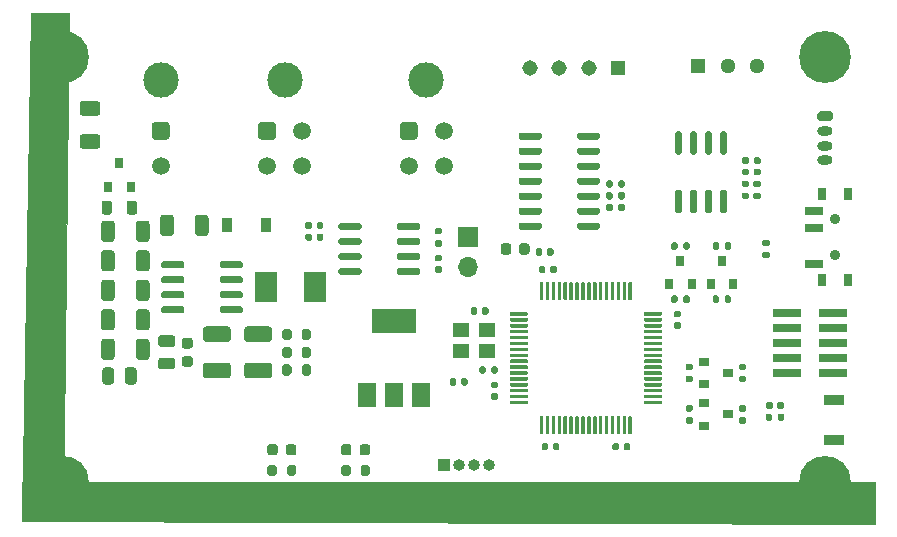
<source format=gbr>
%TF.GenerationSoftware,KiCad,Pcbnew,5.1.9-73d0e3b20d~88~ubuntu18.04.1*%
%TF.CreationDate,2021-01-21T10:29:52+00:00*%
%TF.ProjectId,Object_Detect_Board,4f626a65-6374-45f4-9465-746563745f42,V1.0*%
%TF.SameCoordinates,Original*%
%TF.FileFunction,Soldermask,Top*%
%TF.FilePolarity,Negative*%
%FSLAX46Y46*%
G04 Gerber Fmt 4.6, Leading zero omitted, Abs format (unit mm)*
G04 Created by KiCad (PCBNEW 5.1.9-73d0e3b20d~88~ubuntu18.04.1) date 2021-01-21 10:29:52*
%MOMM*%
%LPD*%
G01*
G04 APERTURE LIST*
%ADD10C,0.100000*%
%ADD11R,0.800000X0.900000*%
%ADD12R,0.900000X1.200000*%
%ADD13C,4.400000*%
%ADD14C,0.700000*%
%ADD15C,3.000000*%
%ADD16C,1.500000*%
%ADD17O,1.300000X0.800000*%
%ADD18C,1.308000*%
%ADD19R,1.308000X1.308000*%
%ADD20R,1.280000X1.280000*%
%ADD21C,1.280000*%
%ADD22R,2.400000X0.740000*%
%ADD23R,1.700000X1.700000*%
%ADD24O,1.700000X1.700000*%
%ADD25R,1.900000X2.500000*%
%ADD26R,0.900000X0.800000*%
%ADD27C,0.900000*%
%ADD28R,1.500000X0.700000*%
%ADD29R,0.800000X1.000000*%
%ADD30R,3.800000X2.000000*%
%ADD31R,1.500000X2.000000*%
%ADD32R,1.400000X1.200000*%
%ADD33R,1.700000X0.900000*%
%ADD34R,1.000000X1.000000*%
%ADD35O,1.000000X1.000000*%
G04 APERTURE END LIST*
D10*
G36*
X184750000Y-120000000D02*
G01*
X112500000Y-119750000D01*
X112500000Y-116500000D01*
X184750000Y-116500000D01*
X184750000Y-120000000D01*
G37*
X184750000Y-120000000D02*
X112500000Y-119750000D01*
X112500000Y-116500000D01*
X184750000Y-116500000D01*
X184750000Y-120000000D01*
G36*
X116000000Y-119750000D02*
G01*
X112500000Y-119750000D01*
X113250000Y-76750000D01*
X116500000Y-76750000D01*
X116000000Y-119750000D01*
G37*
X116000000Y-119750000D02*
X112500000Y-119750000D01*
X113250000Y-76750000D01*
X116500000Y-76750000D01*
X116000000Y-119750000D01*
%TO.C,C26*%
G36*
G01*
X131574999Y-106375000D02*
X133425001Y-106375000D01*
G75*
G02*
X133675000Y-106624999I0J-249999D01*
G01*
X133675000Y-107450001D01*
G75*
G02*
X133425001Y-107700000I-249999J0D01*
G01*
X131574999Y-107700000D01*
G75*
G02*
X131325000Y-107450001I0J249999D01*
G01*
X131325000Y-106624999D01*
G75*
G02*
X131574999Y-106375000I249999J0D01*
G01*
G37*
G36*
G01*
X131574999Y-103300000D02*
X133425001Y-103300000D01*
G75*
G02*
X133675000Y-103549999I0J-249999D01*
G01*
X133675000Y-104375001D01*
G75*
G02*
X133425001Y-104625000I-249999J0D01*
G01*
X131574999Y-104625000D01*
G75*
G02*
X131325000Y-104375001I0J249999D01*
G01*
X131325000Y-103549999D01*
G75*
G02*
X131574999Y-103300000I249999J0D01*
G01*
G37*
%TD*%
%TO.C,C24*%
G36*
G01*
X128074999Y-106375000D02*
X129925001Y-106375000D01*
G75*
G02*
X130175000Y-106624999I0J-249999D01*
G01*
X130175000Y-107450001D01*
G75*
G02*
X129925001Y-107700000I-249999J0D01*
G01*
X128074999Y-107700000D01*
G75*
G02*
X127825000Y-107450001I0J249999D01*
G01*
X127825000Y-106624999D01*
G75*
G02*
X128074999Y-106375000I249999J0D01*
G01*
G37*
G36*
G01*
X128074999Y-103300000D02*
X129925001Y-103300000D01*
G75*
G02*
X130175000Y-103549999I0J-249999D01*
G01*
X130175000Y-104375001D01*
G75*
G02*
X129925001Y-104625000I-249999J0D01*
G01*
X128074999Y-104625000D01*
G75*
G02*
X127825000Y-104375001I0J249999D01*
G01*
X127825000Y-103549999D01*
G75*
G02*
X128074999Y-103300000I249999J0D01*
G01*
G37*
%TD*%
%TO.C,C25*%
G36*
G01*
X126250000Y-105825000D02*
X126750000Y-105825000D01*
G75*
G02*
X126975000Y-106050000I0J-225000D01*
G01*
X126975000Y-106500000D01*
G75*
G02*
X126750000Y-106725000I-225000J0D01*
G01*
X126250000Y-106725000D01*
G75*
G02*
X126025000Y-106500000I0J225000D01*
G01*
X126025000Y-106050000D01*
G75*
G02*
X126250000Y-105825000I225000J0D01*
G01*
G37*
G36*
G01*
X126250000Y-104275000D02*
X126750000Y-104275000D01*
G75*
G02*
X126975000Y-104500000I0J-225000D01*
G01*
X126975000Y-104950000D01*
G75*
G02*
X126750000Y-105175000I-225000J0D01*
G01*
X126250000Y-105175000D01*
G75*
G02*
X126025000Y-104950000I0J225000D01*
G01*
X126025000Y-104500000D01*
G75*
G02*
X126250000Y-104275000I225000J0D01*
G01*
G37*
%TD*%
%TO.C,C23*%
G36*
G01*
X124275000Y-105950000D02*
X125225000Y-105950000D01*
G75*
G02*
X125475000Y-106200000I0J-250000D01*
G01*
X125475000Y-106700000D01*
G75*
G02*
X125225000Y-106950000I-250000J0D01*
G01*
X124275000Y-106950000D01*
G75*
G02*
X124025000Y-106700000I0J250000D01*
G01*
X124025000Y-106200000D01*
G75*
G02*
X124275000Y-105950000I250000J0D01*
G01*
G37*
G36*
G01*
X124275000Y-104050000D02*
X125225000Y-104050000D01*
G75*
G02*
X125475000Y-104300000I0J-250000D01*
G01*
X125475000Y-104800000D01*
G75*
G02*
X125225000Y-105050000I-250000J0D01*
G01*
X124275000Y-105050000D01*
G75*
G02*
X124025000Y-104800000I0J250000D01*
G01*
X124025000Y-104300000D01*
G75*
G02*
X124275000Y-104050000I250000J0D01*
G01*
G37*
%TD*%
D11*
%TO.C,Q2*%
X168250000Y-97750000D03*
X169200000Y-99750000D03*
X167300000Y-99750000D03*
%TD*%
%TO.C,C1*%
G36*
G01*
X147580000Y-98200000D02*
X147920000Y-98200000D01*
G75*
G02*
X148060000Y-98340000I0J-140000D01*
G01*
X148060000Y-98620000D01*
G75*
G02*
X147920000Y-98760000I-140000J0D01*
G01*
X147580000Y-98760000D01*
G75*
G02*
X147440000Y-98620000I0J140000D01*
G01*
X147440000Y-98340000D01*
G75*
G02*
X147580000Y-98200000I140000J0D01*
G01*
G37*
G36*
G01*
X147580000Y-97240000D02*
X147920000Y-97240000D01*
G75*
G02*
X148060000Y-97380000I0J-140000D01*
G01*
X148060000Y-97660000D01*
G75*
G02*
X147920000Y-97800000I-140000J0D01*
G01*
X147580000Y-97800000D01*
G75*
G02*
X147440000Y-97660000I0J140000D01*
G01*
X147440000Y-97380000D01*
G75*
G02*
X147580000Y-97240000I140000J0D01*
G01*
G37*
%TD*%
%TO.C,C2*%
G36*
G01*
X137050000Y-95580000D02*
X137050000Y-95920000D01*
G75*
G02*
X136910000Y-96060000I-140000J0D01*
G01*
X136630000Y-96060000D01*
G75*
G02*
X136490000Y-95920000I0J140000D01*
G01*
X136490000Y-95580000D01*
G75*
G02*
X136630000Y-95440000I140000J0D01*
G01*
X136910000Y-95440000D01*
G75*
G02*
X137050000Y-95580000I0J-140000D01*
G01*
G37*
G36*
G01*
X138010000Y-95580000D02*
X138010000Y-95920000D01*
G75*
G02*
X137870000Y-96060000I-140000J0D01*
G01*
X137590000Y-96060000D01*
G75*
G02*
X137450000Y-95920000I0J140000D01*
G01*
X137450000Y-95580000D01*
G75*
G02*
X137590000Y-95440000I140000J0D01*
G01*
X137870000Y-95440000D01*
G75*
G02*
X138010000Y-95580000I0J-140000D01*
G01*
G37*
%TD*%
%TO.C,C3*%
G36*
G01*
X138010000Y-94580000D02*
X138010000Y-94920000D01*
G75*
G02*
X137870000Y-95060000I-140000J0D01*
G01*
X137590000Y-95060000D01*
G75*
G02*
X137450000Y-94920000I0J140000D01*
G01*
X137450000Y-94580000D01*
G75*
G02*
X137590000Y-94440000I140000J0D01*
G01*
X137870000Y-94440000D01*
G75*
G02*
X138010000Y-94580000I0J-140000D01*
G01*
G37*
G36*
G01*
X137050000Y-94580000D02*
X137050000Y-94920000D01*
G75*
G02*
X136910000Y-95060000I-140000J0D01*
G01*
X136630000Y-95060000D01*
G75*
G02*
X136490000Y-94920000I0J140000D01*
G01*
X136490000Y-94580000D01*
G75*
G02*
X136630000Y-94440000I140000J0D01*
G01*
X136910000Y-94440000D01*
G75*
G02*
X137050000Y-94580000I0J-140000D01*
G01*
G37*
%TD*%
%TO.C,C4*%
G36*
G01*
X123300000Y-99599999D02*
X123300000Y-100900001D01*
G75*
G02*
X123050001Y-101150000I-249999J0D01*
G01*
X122399999Y-101150000D01*
G75*
G02*
X122150000Y-100900001I0J249999D01*
G01*
X122150000Y-99599999D01*
G75*
G02*
X122399999Y-99350000I249999J0D01*
G01*
X123050001Y-99350000D01*
G75*
G02*
X123300000Y-99599999I0J-249999D01*
G01*
G37*
G36*
G01*
X120350000Y-99599999D02*
X120350000Y-100900001D01*
G75*
G02*
X120100001Y-101150000I-249999J0D01*
G01*
X119449999Y-101150000D01*
G75*
G02*
X119200000Y-100900001I0J249999D01*
G01*
X119200000Y-99599999D01*
G75*
G02*
X119449999Y-99350000I249999J0D01*
G01*
X120100001Y-99350000D01*
G75*
G02*
X120350000Y-99599999I0J-249999D01*
G01*
G37*
%TD*%
%TO.C,C5*%
G36*
G01*
X123300000Y-97099999D02*
X123300000Y-98400001D01*
G75*
G02*
X123050001Y-98650000I-249999J0D01*
G01*
X122399999Y-98650000D01*
G75*
G02*
X122150000Y-98400001I0J249999D01*
G01*
X122150000Y-97099999D01*
G75*
G02*
X122399999Y-96850000I249999J0D01*
G01*
X123050001Y-96850000D01*
G75*
G02*
X123300000Y-97099999I0J-249999D01*
G01*
G37*
G36*
G01*
X120350000Y-97099999D02*
X120350000Y-98400001D01*
G75*
G02*
X120100001Y-98650000I-249999J0D01*
G01*
X119449999Y-98650000D01*
G75*
G02*
X119200000Y-98400001I0J249999D01*
G01*
X119200000Y-97099999D01*
G75*
G02*
X119449999Y-96850000I249999J0D01*
G01*
X120100001Y-96850000D01*
G75*
G02*
X120350000Y-97099999I0J-249999D01*
G01*
G37*
%TD*%
%TO.C,C6*%
G36*
G01*
X152010000Y-101830000D02*
X152010000Y-102170000D01*
G75*
G02*
X151870000Y-102310000I-140000J0D01*
G01*
X151590000Y-102310000D01*
G75*
G02*
X151450000Y-102170000I0J140000D01*
G01*
X151450000Y-101830000D01*
G75*
G02*
X151590000Y-101690000I140000J0D01*
G01*
X151870000Y-101690000D01*
G75*
G02*
X152010000Y-101830000I0J-140000D01*
G01*
G37*
G36*
G01*
X151050000Y-101830000D02*
X151050000Y-102170000D01*
G75*
G02*
X150910000Y-102310000I-140000J0D01*
G01*
X150630000Y-102310000D01*
G75*
G02*
X150490000Y-102170000I0J140000D01*
G01*
X150490000Y-101830000D01*
G75*
G02*
X150630000Y-101690000I140000J0D01*
G01*
X150910000Y-101690000D01*
G75*
G02*
X151050000Y-101830000I0J-140000D01*
G01*
G37*
%TD*%
%TO.C,C7*%
G36*
G01*
X149280000Y-107830000D02*
X149280000Y-108170000D01*
G75*
G02*
X149140000Y-108310000I-140000J0D01*
G01*
X148860000Y-108310000D01*
G75*
G02*
X148720000Y-108170000I0J140000D01*
G01*
X148720000Y-107830000D01*
G75*
G02*
X148860000Y-107690000I140000J0D01*
G01*
X149140000Y-107690000D01*
G75*
G02*
X149280000Y-107830000I0J-140000D01*
G01*
G37*
G36*
G01*
X150240000Y-107830000D02*
X150240000Y-108170000D01*
G75*
G02*
X150100000Y-108310000I-140000J0D01*
G01*
X149820000Y-108310000D01*
G75*
G02*
X149680000Y-108170000I0J140000D01*
G01*
X149680000Y-107830000D01*
G75*
G02*
X149820000Y-107690000I140000J0D01*
G01*
X150100000Y-107690000D01*
G75*
G02*
X150240000Y-107830000I0J-140000D01*
G01*
G37*
%TD*%
%TO.C,C8*%
G36*
G01*
X123300000Y-94599999D02*
X123300000Y-95900001D01*
G75*
G02*
X123050001Y-96150000I-249999J0D01*
G01*
X122399999Y-96150000D01*
G75*
G02*
X122150000Y-95900001I0J249999D01*
G01*
X122150000Y-94599999D01*
G75*
G02*
X122399999Y-94350000I249999J0D01*
G01*
X123050001Y-94350000D01*
G75*
G02*
X123300000Y-94599999I0J-249999D01*
G01*
G37*
G36*
G01*
X120350000Y-94599999D02*
X120350000Y-95900001D01*
G75*
G02*
X120100001Y-96150000I-249999J0D01*
G01*
X119449999Y-96150000D01*
G75*
G02*
X119200000Y-95900001I0J249999D01*
G01*
X119200000Y-94599999D01*
G75*
G02*
X119449999Y-94350000I249999J0D01*
G01*
X120100001Y-94350000D01*
G75*
G02*
X120350000Y-94599999I0J-249999D01*
G01*
G37*
%TD*%
%TO.C,C9*%
G36*
G01*
X128300000Y-94099999D02*
X128300000Y-95400001D01*
G75*
G02*
X128050001Y-95650000I-249999J0D01*
G01*
X127399999Y-95650000D01*
G75*
G02*
X127150000Y-95400001I0J249999D01*
G01*
X127150000Y-94099999D01*
G75*
G02*
X127399999Y-93850000I249999J0D01*
G01*
X128050001Y-93850000D01*
G75*
G02*
X128300000Y-94099999I0J-249999D01*
G01*
G37*
G36*
G01*
X125350000Y-94099999D02*
X125350000Y-95400001D01*
G75*
G02*
X125100001Y-95650000I-249999J0D01*
G01*
X124449999Y-95650000D01*
G75*
G02*
X124200000Y-95400001I0J249999D01*
G01*
X124200000Y-94099999D01*
G75*
G02*
X124449999Y-93850000I249999J0D01*
G01*
X125100001Y-93850000D01*
G75*
G02*
X125350000Y-94099999I0J-249999D01*
G01*
G37*
%TD*%
%TO.C,C10*%
G36*
G01*
X173580000Y-89950000D02*
X173920000Y-89950000D01*
G75*
G02*
X174060000Y-90090000I0J-140000D01*
G01*
X174060000Y-90370000D01*
G75*
G02*
X173920000Y-90510000I-140000J0D01*
G01*
X173580000Y-90510000D01*
G75*
G02*
X173440000Y-90370000I0J140000D01*
G01*
X173440000Y-90090000D01*
G75*
G02*
X173580000Y-89950000I140000J0D01*
G01*
G37*
G36*
G01*
X173580000Y-88990000D02*
X173920000Y-88990000D01*
G75*
G02*
X174060000Y-89130000I0J-140000D01*
G01*
X174060000Y-89410000D01*
G75*
G02*
X173920000Y-89550000I-140000J0D01*
G01*
X173580000Y-89550000D01*
G75*
G02*
X173440000Y-89410000I0J140000D01*
G01*
X173440000Y-89130000D01*
G75*
G02*
X173580000Y-88990000I140000J0D01*
G01*
G37*
%TD*%
%TO.C,C11*%
G36*
G01*
X174920000Y-90510000D02*
X174580000Y-90510000D01*
G75*
G02*
X174440000Y-90370000I0J140000D01*
G01*
X174440000Y-90090000D01*
G75*
G02*
X174580000Y-89950000I140000J0D01*
G01*
X174920000Y-89950000D01*
G75*
G02*
X175060000Y-90090000I0J-140000D01*
G01*
X175060000Y-90370000D01*
G75*
G02*
X174920000Y-90510000I-140000J0D01*
G01*
G37*
G36*
G01*
X174920000Y-89550000D02*
X174580000Y-89550000D01*
G75*
G02*
X174440000Y-89410000I0J140000D01*
G01*
X174440000Y-89130000D01*
G75*
G02*
X174580000Y-88990000I140000J0D01*
G01*
X174920000Y-88990000D01*
G75*
G02*
X175060000Y-89130000I0J-140000D01*
G01*
X175060000Y-89410000D01*
G75*
G02*
X174920000Y-89550000I-140000J0D01*
G01*
G37*
%TD*%
%TO.C,C12*%
G36*
G01*
X120350000Y-104599999D02*
X120350000Y-105900001D01*
G75*
G02*
X120100001Y-106150000I-249999J0D01*
G01*
X119449999Y-106150000D01*
G75*
G02*
X119200000Y-105900001I0J249999D01*
G01*
X119200000Y-104599999D01*
G75*
G02*
X119449999Y-104350000I249999J0D01*
G01*
X120100001Y-104350000D01*
G75*
G02*
X120350000Y-104599999I0J-249999D01*
G01*
G37*
G36*
G01*
X123300000Y-104599999D02*
X123300000Y-105900001D01*
G75*
G02*
X123050001Y-106150000I-249999J0D01*
G01*
X122399999Y-106150000D01*
G75*
G02*
X122150000Y-105900001I0J249999D01*
G01*
X122150000Y-104599999D01*
G75*
G02*
X122399999Y-104350000I249999J0D01*
G01*
X123050001Y-104350000D01*
G75*
G02*
X123300000Y-104599999I0J-249999D01*
G01*
G37*
%TD*%
%TO.C,C13*%
G36*
G01*
X119300000Y-107975000D02*
X119300000Y-107025000D01*
G75*
G02*
X119550000Y-106775000I250000J0D01*
G01*
X120050000Y-106775000D01*
G75*
G02*
X120300000Y-107025000I0J-250000D01*
G01*
X120300000Y-107975000D01*
G75*
G02*
X120050000Y-108225000I-250000J0D01*
G01*
X119550000Y-108225000D01*
G75*
G02*
X119300000Y-107975000I0J250000D01*
G01*
G37*
G36*
G01*
X121200000Y-107975000D02*
X121200000Y-107025000D01*
G75*
G02*
X121450000Y-106775000I250000J0D01*
G01*
X121950000Y-106775000D01*
G75*
G02*
X122200000Y-107025000I0J-250000D01*
G01*
X122200000Y-107975000D01*
G75*
G02*
X121950000Y-108225000I-250000J0D01*
G01*
X121450000Y-108225000D01*
G75*
G02*
X121200000Y-107975000I0J250000D01*
G01*
G37*
%TD*%
%TO.C,C14*%
G36*
G01*
X155475000Y-96500000D02*
X155475000Y-97000000D01*
G75*
G02*
X155250000Y-97225000I-225000J0D01*
G01*
X154800000Y-97225000D01*
G75*
G02*
X154575000Y-97000000I0J225000D01*
G01*
X154575000Y-96500000D01*
G75*
G02*
X154800000Y-96275000I225000J0D01*
G01*
X155250000Y-96275000D01*
G75*
G02*
X155475000Y-96500000I0J-225000D01*
G01*
G37*
G36*
G01*
X153925000Y-96500000D02*
X153925000Y-97000000D01*
G75*
G02*
X153700000Y-97225000I-225000J0D01*
G01*
X153250000Y-97225000D01*
G75*
G02*
X153025000Y-97000000I0J225000D01*
G01*
X153025000Y-96500000D01*
G75*
G02*
X153250000Y-96275000I225000J0D01*
G01*
X153700000Y-96275000D01*
G75*
G02*
X153925000Y-96500000I0J-225000D01*
G01*
G37*
%TD*%
%TO.C,C15*%
G36*
G01*
X176050000Y-109830000D02*
X176050000Y-110170000D01*
G75*
G02*
X175910000Y-110310000I-140000J0D01*
G01*
X175630000Y-110310000D01*
G75*
G02*
X175490000Y-110170000I0J140000D01*
G01*
X175490000Y-109830000D01*
G75*
G02*
X175630000Y-109690000I140000J0D01*
G01*
X175910000Y-109690000D01*
G75*
G02*
X176050000Y-109830000I0J-140000D01*
G01*
G37*
G36*
G01*
X177010000Y-109830000D02*
X177010000Y-110170000D01*
G75*
G02*
X176870000Y-110310000I-140000J0D01*
G01*
X176590000Y-110310000D01*
G75*
G02*
X176450000Y-110170000I0J140000D01*
G01*
X176450000Y-109830000D01*
G75*
G02*
X176590000Y-109690000I140000J0D01*
G01*
X176870000Y-109690000D01*
G75*
G02*
X177010000Y-109830000I0J-140000D01*
G01*
G37*
%TD*%
%TO.C,C16*%
G36*
G01*
X157510000Y-96830000D02*
X157510000Y-97170000D01*
G75*
G02*
X157370000Y-97310000I-140000J0D01*
G01*
X157090000Y-97310000D01*
G75*
G02*
X156950000Y-97170000I0J140000D01*
G01*
X156950000Y-96830000D01*
G75*
G02*
X157090000Y-96690000I140000J0D01*
G01*
X157370000Y-96690000D01*
G75*
G02*
X157510000Y-96830000I0J-140000D01*
G01*
G37*
G36*
G01*
X156550000Y-96830000D02*
X156550000Y-97170000D01*
G75*
G02*
X156410000Y-97310000I-140000J0D01*
G01*
X156130000Y-97310000D01*
G75*
G02*
X155990000Y-97170000I0J140000D01*
G01*
X155990000Y-96830000D01*
G75*
G02*
X156130000Y-96690000I140000J0D01*
G01*
X156410000Y-96690000D01*
G75*
G02*
X156550000Y-96830000I0J-140000D01*
G01*
G37*
%TD*%
%TO.C,C17*%
G36*
G01*
X157220000Y-98670000D02*
X157220000Y-98330000D01*
G75*
G02*
X157360000Y-98190000I140000J0D01*
G01*
X157640000Y-98190000D01*
G75*
G02*
X157780000Y-98330000I0J-140000D01*
G01*
X157780000Y-98670000D01*
G75*
G02*
X157640000Y-98810000I-140000J0D01*
G01*
X157360000Y-98810000D01*
G75*
G02*
X157220000Y-98670000I0J140000D01*
G01*
G37*
G36*
G01*
X156260000Y-98670000D02*
X156260000Y-98330000D01*
G75*
G02*
X156400000Y-98190000I140000J0D01*
G01*
X156680000Y-98190000D01*
G75*
G02*
X156820000Y-98330000I0J-140000D01*
G01*
X156820000Y-98670000D01*
G75*
G02*
X156680000Y-98810000I-140000J0D01*
G01*
X156400000Y-98810000D01*
G75*
G02*
X156260000Y-98670000I0J140000D01*
G01*
G37*
%TD*%
%TO.C,C18*%
G36*
G01*
X152670000Y-109510000D02*
X152330000Y-109510000D01*
G75*
G02*
X152190000Y-109370000I0J140000D01*
G01*
X152190000Y-109090000D01*
G75*
G02*
X152330000Y-108950000I140000J0D01*
G01*
X152670000Y-108950000D01*
G75*
G02*
X152810000Y-109090000I0J-140000D01*
G01*
X152810000Y-109370000D01*
G75*
G02*
X152670000Y-109510000I-140000J0D01*
G01*
G37*
G36*
G01*
X152670000Y-108550000D02*
X152330000Y-108550000D01*
G75*
G02*
X152190000Y-108410000I0J140000D01*
G01*
X152190000Y-108130000D01*
G75*
G02*
X152330000Y-107990000I140000J0D01*
G01*
X152670000Y-107990000D01*
G75*
G02*
X152810000Y-108130000I0J-140000D01*
G01*
X152810000Y-108410000D01*
G75*
G02*
X152670000Y-108550000I-140000J0D01*
G01*
G37*
%TD*%
%TO.C,C19*%
G36*
G01*
X158010000Y-113330000D02*
X158010000Y-113670000D01*
G75*
G02*
X157870000Y-113810000I-140000J0D01*
G01*
X157590000Y-113810000D01*
G75*
G02*
X157450000Y-113670000I0J140000D01*
G01*
X157450000Y-113330000D01*
G75*
G02*
X157590000Y-113190000I140000J0D01*
G01*
X157870000Y-113190000D01*
G75*
G02*
X158010000Y-113330000I0J-140000D01*
G01*
G37*
G36*
G01*
X157050000Y-113330000D02*
X157050000Y-113670000D01*
G75*
G02*
X156910000Y-113810000I-140000J0D01*
G01*
X156630000Y-113810000D01*
G75*
G02*
X156490000Y-113670000I0J140000D01*
G01*
X156490000Y-113330000D01*
G75*
G02*
X156630000Y-113190000I140000J0D01*
G01*
X156910000Y-113190000D01*
G75*
G02*
X157050000Y-113330000I0J-140000D01*
G01*
G37*
%TD*%
%TO.C,C20*%
G36*
G01*
X163050000Y-113330000D02*
X163050000Y-113670000D01*
G75*
G02*
X162910000Y-113810000I-140000J0D01*
G01*
X162630000Y-113810000D01*
G75*
G02*
X162490000Y-113670000I0J140000D01*
G01*
X162490000Y-113330000D01*
G75*
G02*
X162630000Y-113190000I140000J0D01*
G01*
X162910000Y-113190000D01*
G75*
G02*
X163050000Y-113330000I0J-140000D01*
G01*
G37*
G36*
G01*
X164010000Y-113330000D02*
X164010000Y-113670000D01*
G75*
G02*
X163870000Y-113810000I-140000J0D01*
G01*
X163590000Y-113810000D01*
G75*
G02*
X163450000Y-113670000I0J140000D01*
G01*
X163450000Y-113330000D01*
G75*
G02*
X163590000Y-113190000I140000J0D01*
G01*
X163870000Y-113190000D01*
G75*
G02*
X164010000Y-113330000I0J-140000D01*
G01*
G37*
%TD*%
%TO.C,C21*%
G36*
G01*
X167830000Y-101990000D02*
X168170000Y-101990000D01*
G75*
G02*
X168310000Y-102130000I0J-140000D01*
G01*
X168310000Y-102410000D01*
G75*
G02*
X168170000Y-102550000I-140000J0D01*
G01*
X167830000Y-102550000D01*
G75*
G02*
X167690000Y-102410000I0J140000D01*
G01*
X167690000Y-102130000D01*
G75*
G02*
X167830000Y-101990000I140000J0D01*
G01*
G37*
G36*
G01*
X167830000Y-102950000D02*
X168170000Y-102950000D01*
G75*
G02*
X168310000Y-103090000I0J-140000D01*
G01*
X168310000Y-103370000D01*
G75*
G02*
X168170000Y-103510000I-140000J0D01*
G01*
X167830000Y-103510000D01*
G75*
G02*
X167690000Y-103370000I0J140000D01*
G01*
X167690000Y-103090000D01*
G75*
G02*
X167830000Y-102950000I140000J0D01*
G01*
G37*
%TD*%
%TO.C,C22*%
G36*
G01*
X120350000Y-102099999D02*
X120350000Y-103400001D01*
G75*
G02*
X120100001Y-103650000I-249999J0D01*
G01*
X119449999Y-103650000D01*
G75*
G02*
X119200000Y-103400001I0J249999D01*
G01*
X119200000Y-102099999D01*
G75*
G02*
X119449999Y-101850000I249999J0D01*
G01*
X120100001Y-101850000D01*
G75*
G02*
X120350000Y-102099999I0J-249999D01*
G01*
G37*
G36*
G01*
X123300000Y-102099999D02*
X123300000Y-103400001D01*
G75*
G02*
X123050001Y-103650000I-249999J0D01*
G01*
X122399999Y-103650000D01*
G75*
G02*
X122150000Y-103400001I0J249999D01*
G01*
X122150000Y-102099999D01*
G75*
G02*
X122399999Y-101850000I249999J0D01*
G01*
X123050001Y-101850000D01*
G75*
G02*
X123300000Y-102099999I0J-249999D01*
G01*
G37*
%TD*%
D12*
%TO.C,D1*%
X129850000Y-94750000D03*
X133150000Y-94750000D03*
%TD*%
%TO.C,D2*%
G36*
G01*
X139525000Y-114006250D02*
X139525000Y-113493750D01*
G75*
G02*
X139743750Y-113275000I218750J0D01*
G01*
X140181250Y-113275000D01*
G75*
G02*
X140400000Y-113493750I0J-218750D01*
G01*
X140400000Y-114006250D01*
G75*
G02*
X140181250Y-114225000I-218750J0D01*
G01*
X139743750Y-114225000D01*
G75*
G02*
X139525000Y-114006250I0J218750D01*
G01*
G37*
G36*
G01*
X141100000Y-114006250D02*
X141100000Y-113493750D01*
G75*
G02*
X141318750Y-113275000I218750J0D01*
G01*
X141756250Y-113275000D01*
G75*
G02*
X141975000Y-113493750I0J-218750D01*
G01*
X141975000Y-114006250D01*
G75*
G02*
X141756250Y-114225000I-218750J0D01*
G01*
X141318750Y-114225000D01*
G75*
G02*
X141100000Y-114006250I0J218750D01*
G01*
G37*
%TD*%
%TO.C,D3*%
G36*
G01*
X134850000Y-114006250D02*
X134850000Y-113493750D01*
G75*
G02*
X135068750Y-113275000I218750J0D01*
G01*
X135506250Y-113275000D01*
G75*
G02*
X135725000Y-113493750I0J-218750D01*
G01*
X135725000Y-114006250D01*
G75*
G02*
X135506250Y-114225000I-218750J0D01*
G01*
X135068750Y-114225000D01*
G75*
G02*
X134850000Y-114006250I0J218750D01*
G01*
G37*
G36*
G01*
X133275000Y-114006250D02*
X133275000Y-113493750D01*
G75*
G02*
X133493750Y-113275000I218750J0D01*
G01*
X133931250Y-113275000D01*
G75*
G02*
X134150000Y-113493750I0J-218750D01*
G01*
X134150000Y-114006250D01*
G75*
G02*
X133931250Y-114225000I-218750J0D01*
G01*
X133493750Y-114225000D01*
G75*
G02*
X133275000Y-114006250I0J218750D01*
G01*
G37*
%TD*%
%TO.C,F1*%
G36*
G01*
X118875000Y-88275000D02*
X117625000Y-88275000D01*
G75*
G02*
X117375000Y-88025000I0J250000D01*
G01*
X117375000Y-87275000D01*
G75*
G02*
X117625000Y-87025000I250000J0D01*
G01*
X118875000Y-87025000D01*
G75*
G02*
X119125000Y-87275000I0J-250000D01*
G01*
X119125000Y-88025000D01*
G75*
G02*
X118875000Y-88275000I-250000J0D01*
G01*
G37*
G36*
G01*
X118875000Y-85475000D02*
X117625000Y-85475000D01*
G75*
G02*
X117375000Y-85225000I0J250000D01*
G01*
X117375000Y-84475000D01*
G75*
G02*
X117625000Y-84225000I250000J0D01*
G01*
X118875000Y-84225000D01*
G75*
G02*
X119125000Y-84475000I0J-250000D01*
G01*
X119125000Y-85225000D01*
G75*
G02*
X118875000Y-85475000I-250000J0D01*
G01*
G37*
%TD*%
%TO.C,FB1*%
G36*
G01*
X119250000Y-93631250D02*
X119250000Y-92868750D01*
G75*
G02*
X119468750Y-92650000I218750J0D01*
G01*
X119906250Y-92650000D01*
G75*
G02*
X120125000Y-92868750I0J-218750D01*
G01*
X120125000Y-93631250D01*
G75*
G02*
X119906250Y-93850000I-218750J0D01*
G01*
X119468750Y-93850000D01*
G75*
G02*
X119250000Y-93631250I0J218750D01*
G01*
G37*
G36*
G01*
X121375000Y-93631250D02*
X121375000Y-92868750D01*
G75*
G02*
X121593750Y-92650000I218750J0D01*
G01*
X122031250Y-92650000D01*
G75*
G02*
X122250000Y-92868750I0J-218750D01*
G01*
X122250000Y-93631250D01*
G75*
G02*
X122031250Y-93850000I-218750J0D01*
G01*
X121593750Y-93850000D01*
G75*
G02*
X121375000Y-93631250I0J218750D01*
G01*
G37*
%TD*%
D13*
%TO.C,H1*%
X116000000Y-116500000D03*
D14*
X117650000Y-116500000D03*
X117166726Y-117666726D03*
X116000000Y-118150000D03*
X114833274Y-117666726D03*
X114350000Y-116500000D03*
X114833274Y-115333274D03*
X116000000Y-114850000D03*
X117166726Y-115333274D03*
%TD*%
%TO.C,H2*%
X181666726Y-79333274D03*
X180500000Y-78850000D03*
X179333274Y-79333274D03*
X178850000Y-80500000D03*
X179333274Y-81666726D03*
X180500000Y-82150000D03*
X181666726Y-81666726D03*
X182150000Y-80500000D03*
D13*
X180500000Y-80500000D03*
%TD*%
%TO.C,H3*%
X180500000Y-116500000D03*
D14*
X182150000Y-116500000D03*
X181666726Y-117666726D03*
X180500000Y-118150000D03*
X179333274Y-117666726D03*
X178850000Y-116500000D03*
X179333274Y-115333274D03*
X180500000Y-114850000D03*
X181666726Y-115333274D03*
%TD*%
%TO.C,H4*%
X117166726Y-79333274D03*
X116000000Y-78850000D03*
X114833274Y-79333274D03*
X114350000Y-80500000D03*
X114833274Y-81666726D03*
X116000000Y-82150000D03*
X117166726Y-81666726D03*
X117650000Y-80500000D03*
D13*
X116000000Y-80500000D03*
%TD*%
D15*
%TO.C,J1*%
X124250000Y-82430000D03*
G36*
G01*
X123500000Y-87250000D02*
X123500000Y-86250000D01*
G75*
G02*
X123750000Y-86000000I250000J0D01*
G01*
X124750000Y-86000000D01*
G75*
G02*
X125000000Y-86250000I0J-250000D01*
G01*
X125000000Y-87250000D01*
G75*
G02*
X124750000Y-87500000I-250000J0D01*
G01*
X123750000Y-87500000D01*
G75*
G02*
X123500000Y-87250000I0J250000D01*
G01*
G37*
D16*
X124250000Y-89750000D03*
%TD*%
%TO.C,J2*%
X136250000Y-89750000D03*
X133250000Y-89750000D03*
X136250000Y-86750000D03*
G36*
G01*
X132500000Y-87250000D02*
X132500000Y-86250000D01*
G75*
G02*
X132750000Y-86000000I250000J0D01*
G01*
X133750000Y-86000000D01*
G75*
G02*
X134000000Y-86250000I0J-250000D01*
G01*
X134000000Y-87250000D01*
G75*
G02*
X133750000Y-87500000I-250000J0D01*
G01*
X132750000Y-87500000D01*
G75*
G02*
X132500000Y-87250000I0J250000D01*
G01*
G37*
D15*
X134750000Y-82430000D03*
%TD*%
%TO.C,J3*%
X146750000Y-82430000D03*
G36*
G01*
X144500000Y-87250000D02*
X144500000Y-86250000D01*
G75*
G02*
X144750000Y-86000000I250000J0D01*
G01*
X145750000Y-86000000D01*
G75*
G02*
X146000000Y-86250000I0J-250000D01*
G01*
X146000000Y-87250000D01*
G75*
G02*
X145750000Y-87500000I-250000J0D01*
G01*
X144750000Y-87500000D01*
G75*
G02*
X144500000Y-87250000I0J250000D01*
G01*
G37*
D16*
X148250000Y-86750000D03*
X145250000Y-89750000D03*
X148250000Y-89750000D03*
%TD*%
%TO.C,J4*%
G36*
G01*
X180050000Y-85100000D02*
X180950000Y-85100000D01*
G75*
G02*
X181150000Y-85300000I0J-200000D01*
G01*
X181150000Y-85700000D01*
G75*
G02*
X180950000Y-85900000I-200000J0D01*
G01*
X180050000Y-85900000D01*
G75*
G02*
X179850000Y-85700000I0J200000D01*
G01*
X179850000Y-85300000D01*
G75*
G02*
X180050000Y-85100000I200000J0D01*
G01*
G37*
D17*
X180500000Y-86750000D03*
X180500000Y-88000000D03*
X180500000Y-89250000D03*
%TD*%
D18*
%TO.C,J5*%
X155500000Y-81400000D03*
X158000000Y-81400000D03*
X160500000Y-81400000D03*
D19*
X163000000Y-81400000D03*
%TD*%
D20*
%TO.C,J6*%
X169750000Y-81250000D03*
D21*
X172250000Y-81250000D03*
X174750000Y-81250000D03*
%TD*%
D22*
%TO.C,J11*%
X177300000Y-102210000D03*
X181200000Y-102210000D03*
X177300000Y-103480000D03*
X181200000Y-103480000D03*
X177300000Y-104750000D03*
X181200000Y-104750000D03*
X177300000Y-106020000D03*
X181200000Y-106020000D03*
X177300000Y-107290000D03*
X181200000Y-107290000D03*
%TD*%
D23*
%TO.C,JP1*%
X150250000Y-95750000D03*
D24*
X150250000Y-98290000D03*
%TD*%
D25*
%TO.C,L1*%
X133200000Y-100000000D03*
X137300000Y-100000000D03*
%TD*%
D11*
%TO.C,Q1*%
X119800000Y-91500000D03*
X121700000Y-91500000D03*
X120750000Y-89500000D03*
%TD*%
%TO.C,Q3*%
X170800000Y-99750000D03*
X172700000Y-99750000D03*
X171750000Y-97750000D03*
%TD*%
D26*
%TO.C,Q4*%
X170250000Y-109800000D03*
X170250000Y-111700000D03*
X172250000Y-110750000D03*
%TD*%
%TO.C,Q5*%
X172250000Y-107250000D03*
X170250000Y-108200000D03*
X170250000Y-106300000D03*
%TD*%
%TO.C,R3*%
G36*
G01*
X147935000Y-95520000D02*
X147565000Y-95520000D01*
G75*
G02*
X147430000Y-95385000I0J135000D01*
G01*
X147430000Y-95115000D01*
G75*
G02*
X147565000Y-94980000I135000J0D01*
G01*
X147935000Y-94980000D01*
G75*
G02*
X148070000Y-95115000I0J-135000D01*
G01*
X148070000Y-95385000D01*
G75*
G02*
X147935000Y-95520000I-135000J0D01*
G01*
G37*
G36*
G01*
X147935000Y-96540000D02*
X147565000Y-96540000D01*
G75*
G02*
X147430000Y-96405000I0J135000D01*
G01*
X147430000Y-96135000D01*
G75*
G02*
X147565000Y-96000000I135000J0D01*
G01*
X147935000Y-96000000D01*
G75*
G02*
X148070000Y-96135000I0J-135000D01*
G01*
X148070000Y-96405000D01*
G75*
G02*
X147935000Y-96540000I-135000J0D01*
G01*
G37*
%TD*%
%TO.C,R4*%
G36*
G01*
X161970000Y-91435000D02*
X161970000Y-91065000D01*
G75*
G02*
X162105000Y-90930000I135000J0D01*
G01*
X162375000Y-90930000D01*
G75*
G02*
X162510000Y-91065000I0J-135000D01*
G01*
X162510000Y-91435000D01*
G75*
G02*
X162375000Y-91570000I-135000J0D01*
G01*
X162105000Y-91570000D01*
G75*
G02*
X161970000Y-91435000I0J135000D01*
G01*
G37*
G36*
G01*
X162990000Y-91435000D02*
X162990000Y-91065000D01*
G75*
G02*
X163125000Y-90930000I135000J0D01*
G01*
X163395000Y-90930000D01*
G75*
G02*
X163530000Y-91065000I0J-135000D01*
G01*
X163530000Y-91435000D01*
G75*
G02*
X163395000Y-91570000I-135000J0D01*
G01*
X163125000Y-91570000D01*
G75*
G02*
X162990000Y-91435000I0J135000D01*
G01*
G37*
%TD*%
%TO.C,R5*%
G36*
G01*
X162990000Y-93435000D02*
X162990000Y-93065000D01*
G75*
G02*
X163125000Y-92930000I135000J0D01*
G01*
X163395000Y-92930000D01*
G75*
G02*
X163530000Y-93065000I0J-135000D01*
G01*
X163530000Y-93435000D01*
G75*
G02*
X163395000Y-93570000I-135000J0D01*
G01*
X163125000Y-93570000D01*
G75*
G02*
X162990000Y-93435000I0J135000D01*
G01*
G37*
G36*
G01*
X161970000Y-93435000D02*
X161970000Y-93065000D01*
G75*
G02*
X162105000Y-92930000I135000J0D01*
G01*
X162375000Y-92930000D01*
G75*
G02*
X162510000Y-93065000I0J-135000D01*
G01*
X162510000Y-93435000D01*
G75*
G02*
X162375000Y-93570000I-135000J0D01*
G01*
X162105000Y-93570000D01*
G75*
G02*
X161970000Y-93435000I0J135000D01*
G01*
G37*
%TD*%
%TO.C,R6*%
G36*
G01*
X161970000Y-92435000D02*
X161970000Y-92065000D01*
G75*
G02*
X162105000Y-91930000I135000J0D01*
G01*
X162375000Y-91930000D01*
G75*
G02*
X162510000Y-92065000I0J-135000D01*
G01*
X162510000Y-92435000D01*
G75*
G02*
X162375000Y-92570000I-135000J0D01*
G01*
X162105000Y-92570000D01*
G75*
G02*
X161970000Y-92435000I0J135000D01*
G01*
G37*
G36*
G01*
X162990000Y-92435000D02*
X162990000Y-92065000D01*
G75*
G02*
X163125000Y-91930000I135000J0D01*
G01*
X163395000Y-91930000D01*
G75*
G02*
X163530000Y-92065000I0J-135000D01*
G01*
X163530000Y-92435000D01*
G75*
G02*
X163395000Y-92570000I-135000J0D01*
G01*
X163125000Y-92570000D01*
G75*
G02*
X162990000Y-92435000I0J135000D01*
G01*
G37*
%TD*%
%TO.C,R7*%
G36*
G01*
X152780000Y-106815000D02*
X152780000Y-107185000D01*
G75*
G02*
X152645000Y-107320000I-135000J0D01*
G01*
X152375000Y-107320000D01*
G75*
G02*
X152240000Y-107185000I0J135000D01*
G01*
X152240000Y-106815000D01*
G75*
G02*
X152375000Y-106680000I135000J0D01*
G01*
X152645000Y-106680000D01*
G75*
G02*
X152780000Y-106815000I0J-135000D01*
G01*
G37*
G36*
G01*
X151760000Y-106815000D02*
X151760000Y-107185000D01*
G75*
G02*
X151625000Y-107320000I-135000J0D01*
G01*
X151355000Y-107320000D01*
G75*
G02*
X151220000Y-107185000I0J135000D01*
G01*
X151220000Y-106815000D01*
G75*
G02*
X151355000Y-106680000I135000J0D01*
G01*
X151625000Y-106680000D01*
G75*
G02*
X151760000Y-106815000I0J-135000D01*
G01*
G37*
%TD*%
%TO.C,R8*%
G36*
G01*
X139525000Y-115775000D02*
X139525000Y-115225000D01*
G75*
G02*
X139725000Y-115025000I200000J0D01*
G01*
X140125000Y-115025000D01*
G75*
G02*
X140325000Y-115225000I0J-200000D01*
G01*
X140325000Y-115775000D01*
G75*
G02*
X140125000Y-115975000I-200000J0D01*
G01*
X139725000Y-115975000D01*
G75*
G02*
X139525000Y-115775000I0J200000D01*
G01*
G37*
G36*
G01*
X141175000Y-115775000D02*
X141175000Y-115225000D01*
G75*
G02*
X141375000Y-115025000I200000J0D01*
G01*
X141775000Y-115025000D01*
G75*
G02*
X141975000Y-115225000I0J-200000D01*
G01*
X141975000Y-115775000D01*
G75*
G02*
X141775000Y-115975000I-200000J0D01*
G01*
X141375000Y-115975000D01*
G75*
G02*
X141175000Y-115775000I0J200000D01*
G01*
G37*
%TD*%
%TO.C,R9*%
G36*
G01*
X174565000Y-91990000D02*
X174935000Y-91990000D01*
G75*
G02*
X175070000Y-92125000I0J-135000D01*
G01*
X175070000Y-92395000D01*
G75*
G02*
X174935000Y-92530000I-135000J0D01*
G01*
X174565000Y-92530000D01*
G75*
G02*
X174430000Y-92395000I0J135000D01*
G01*
X174430000Y-92125000D01*
G75*
G02*
X174565000Y-91990000I135000J0D01*
G01*
G37*
G36*
G01*
X174565000Y-90970000D02*
X174935000Y-90970000D01*
G75*
G02*
X175070000Y-91105000I0J-135000D01*
G01*
X175070000Y-91375000D01*
G75*
G02*
X174935000Y-91510000I-135000J0D01*
G01*
X174565000Y-91510000D01*
G75*
G02*
X174430000Y-91375000I0J135000D01*
G01*
X174430000Y-91105000D01*
G75*
G02*
X174565000Y-90970000I135000J0D01*
G01*
G37*
%TD*%
%TO.C,R10*%
G36*
G01*
X173935000Y-92530000D02*
X173565000Y-92530000D01*
G75*
G02*
X173430000Y-92395000I0J135000D01*
G01*
X173430000Y-92125000D01*
G75*
G02*
X173565000Y-91990000I135000J0D01*
G01*
X173935000Y-91990000D01*
G75*
G02*
X174070000Y-92125000I0J-135000D01*
G01*
X174070000Y-92395000D01*
G75*
G02*
X173935000Y-92530000I-135000J0D01*
G01*
G37*
G36*
G01*
X173935000Y-91510000D02*
X173565000Y-91510000D01*
G75*
G02*
X173430000Y-91375000I0J135000D01*
G01*
X173430000Y-91105000D01*
G75*
G02*
X173565000Y-90970000I135000J0D01*
G01*
X173935000Y-90970000D01*
G75*
G02*
X174070000Y-91105000I0J-135000D01*
G01*
X174070000Y-91375000D01*
G75*
G02*
X173935000Y-91510000I-135000J0D01*
G01*
G37*
%TD*%
%TO.C,R11*%
G36*
G01*
X134525000Y-107275000D02*
X134525000Y-106725000D01*
G75*
G02*
X134725000Y-106525000I200000J0D01*
G01*
X135125000Y-106525000D01*
G75*
G02*
X135325000Y-106725000I0J-200000D01*
G01*
X135325000Y-107275000D01*
G75*
G02*
X135125000Y-107475000I-200000J0D01*
G01*
X134725000Y-107475000D01*
G75*
G02*
X134525000Y-107275000I0J200000D01*
G01*
G37*
G36*
G01*
X136175000Y-107275000D02*
X136175000Y-106725000D01*
G75*
G02*
X136375000Y-106525000I200000J0D01*
G01*
X136775000Y-106525000D01*
G75*
G02*
X136975000Y-106725000I0J-200000D01*
G01*
X136975000Y-107275000D01*
G75*
G02*
X136775000Y-107475000I-200000J0D01*
G01*
X136375000Y-107475000D01*
G75*
G02*
X136175000Y-107275000I0J200000D01*
G01*
G37*
%TD*%
%TO.C,R12*%
G36*
G01*
X136175000Y-104275000D02*
X136175000Y-103725000D01*
G75*
G02*
X136375000Y-103525000I200000J0D01*
G01*
X136775000Y-103525000D01*
G75*
G02*
X136975000Y-103725000I0J-200000D01*
G01*
X136975000Y-104275000D01*
G75*
G02*
X136775000Y-104475000I-200000J0D01*
G01*
X136375000Y-104475000D01*
G75*
G02*
X136175000Y-104275000I0J200000D01*
G01*
G37*
G36*
G01*
X134525000Y-104275000D02*
X134525000Y-103725000D01*
G75*
G02*
X134725000Y-103525000I200000J0D01*
G01*
X135125000Y-103525000D01*
G75*
G02*
X135325000Y-103725000I0J-200000D01*
G01*
X135325000Y-104275000D01*
G75*
G02*
X135125000Y-104475000I-200000J0D01*
G01*
X134725000Y-104475000D01*
G75*
G02*
X134525000Y-104275000I0J200000D01*
G01*
G37*
%TD*%
%TO.C,R13*%
G36*
G01*
X134925000Y-115775000D02*
X134925000Y-115225000D01*
G75*
G02*
X135125000Y-115025000I200000J0D01*
G01*
X135525000Y-115025000D01*
G75*
G02*
X135725000Y-115225000I0J-200000D01*
G01*
X135725000Y-115775000D01*
G75*
G02*
X135525000Y-115975000I-200000J0D01*
G01*
X135125000Y-115975000D01*
G75*
G02*
X134925000Y-115775000I0J200000D01*
G01*
G37*
G36*
G01*
X133275000Y-115775000D02*
X133275000Y-115225000D01*
G75*
G02*
X133475000Y-115025000I200000J0D01*
G01*
X133875000Y-115025000D01*
G75*
G02*
X134075000Y-115225000I0J-200000D01*
G01*
X134075000Y-115775000D01*
G75*
G02*
X133875000Y-115975000I-200000J0D01*
G01*
X133475000Y-115975000D01*
G75*
G02*
X133275000Y-115775000I0J200000D01*
G01*
G37*
%TD*%
%TO.C,R14*%
G36*
G01*
X167470000Y-101185000D02*
X167470000Y-100815000D01*
G75*
G02*
X167605000Y-100680000I135000J0D01*
G01*
X167875000Y-100680000D01*
G75*
G02*
X168010000Y-100815000I0J-135000D01*
G01*
X168010000Y-101185000D01*
G75*
G02*
X167875000Y-101320000I-135000J0D01*
G01*
X167605000Y-101320000D01*
G75*
G02*
X167470000Y-101185000I0J135000D01*
G01*
G37*
G36*
G01*
X168490000Y-101185000D02*
X168490000Y-100815000D01*
G75*
G02*
X168625000Y-100680000I135000J0D01*
G01*
X168895000Y-100680000D01*
G75*
G02*
X169030000Y-100815000I0J-135000D01*
G01*
X169030000Y-101185000D01*
G75*
G02*
X168895000Y-101320000I-135000J0D01*
G01*
X168625000Y-101320000D01*
G75*
G02*
X168490000Y-101185000I0J135000D01*
G01*
G37*
%TD*%
%TO.C,R15*%
G36*
G01*
X170970000Y-101185000D02*
X170970000Y-100815000D01*
G75*
G02*
X171105000Y-100680000I135000J0D01*
G01*
X171375000Y-100680000D01*
G75*
G02*
X171510000Y-100815000I0J-135000D01*
G01*
X171510000Y-101185000D01*
G75*
G02*
X171375000Y-101320000I-135000J0D01*
G01*
X171105000Y-101320000D01*
G75*
G02*
X170970000Y-101185000I0J135000D01*
G01*
G37*
G36*
G01*
X171990000Y-101185000D02*
X171990000Y-100815000D01*
G75*
G02*
X172125000Y-100680000I135000J0D01*
G01*
X172395000Y-100680000D01*
G75*
G02*
X172530000Y-100815000I0J-135000D01*
G01*
X172530000Y-101185000D01*
G75*
G02*
X172395000Y-101320000I-135000J0D01*
G01*
X172125000Y-101320000D01*
G75*
G02*
X171990000Y-101185000I0J135000D01*
G01*
G37*
%TD*%
%TO.C,R16*%
G36*
G01*
X175470000Y-111185000D02*
X175470000Y-110815000D01*
G75*
G02*
X175605000Y-110680000I135000J0D01*
G01*
X175875000Y-110680000D01*
G75*
G02*
X176010000Y-110815000I0J-135000D01*
G01*
X176010000Y-111185000D01*
G75*
G02*
X175875000Y-111320000I-135000J0D01*
G01*
X175605000Y-111320000D01*
G75*
G02*
X175470000Y-111185000I0J135000D01*
G01*
G37*
G36*
G01*
X176490000Y-111185000D02*
X176490000Y-110815000D01*
G75*
G02*
X176625000Y-110680000I135000J0D01*
G01*
X176895000Y-110680000D01*
G75*
G02*
X177030000Y-110815000I0J-135000D01*
G01*
X177030000Y-111185000D01*
G75*
G02*
X176895000Y-111320000I-135000J0D01*
G01*
X176625000Y-111320000D01*
G75*
G02*
X176490000Y-111185000I0J135000D01*
G01*
G37*
%TD*%
%TO.C,R17*%
G36*
G01*
X168490000Y-96685000D02*
X168490000Y-96315000D01*
G75*
G02*
X168625000Y-96180000I135000J0D01*
G01*
X168895000Y-96180000D01*
G75*
G02*
X169030000Y-96315000I0J-135000D01*
G01*
X169030000Y-96685000D01*
G75*
G02*
X168895000Y-96820000I-135000J0D01*
G01*
X168625000Y-96820000D01*
G75*
G02*
X168490000Y-96685000I0J135000D01*
G01*
G37*
G36*
G01*
X167470000Y-96685000D02*
X167470000Y-96315000D01*
G75*
G02*
X167605000Y-96180000I135000J0D01*
G01*
X167875000Y-96180000D01*
G75*
G02*
X168010000Y-96315000I0J-135000D01*
G01*
X168010000Y-96685000D01*
G75*
G02*
X167875000Y-96820000I-135000J0D01*
G01*
X167605000Y-96820000D01*
G75*
G02*
X167470000Y-96685000I0J135000D01*
G01*
G37*
%TD*%
%TO.C,R18*%
G36*
G01*
X170970000Y-96685000D02*
X170970000Y-96315000D01*
G75*
G02*
X171105000Y-96180000I135000J0D01*
G01*
X171375000Y-96180000D01*
G75*
G02*
X171510000Y-96315000I0J-135000D01*
G01*
X171510000Y-96685000D01*
G75*
G02*
X171375000Y-96820000I-135000J0D01*
G01*
X171105000Y-96820000D01*
G75*
G02*
X170970000Y-96685000I0J135000D01*
G01*
G37*
G36*
G01*
X171990000Y-96685000D02*
X171990000Y-96315000D01*
G75*
G02*
X172125000Y-96180000I135000J0D01*
G01*
X172395000Y-96180000D01*
G75*
G02*
X172530000Y-96315000I0J-135000D01*
G01*
X172530000Y-96685000D01*
G75*
G02*
X172395000Y-96820000I-135000J0D01*
G01*
X172125000Y-96820000D01*
G75*
G02*
X171990000Y-96685000I0J135000D01*
G01*
G37*
%TD*%
%TO.C,R19*%
G36*
G01*
X175315000Y-96990000D02*
X175685000Y-96990000D01*
G75*
G02*
X175820000Y-97125000I0J-135000D01*
G01*
X175820000Y-97395000D01*
G75*
G02*
X175685000Y-97530000I-135000J0D01*
G01*
X175315000Y-97530000D01*
G75*
G02*
X175180000Y-97395000I0J135000D01*
G01*
X175180000Y-97125000D01*
G75*
G02*
X175315000Y-96990000I135000J0D01*
G01*
G37*
G36*
G01*
X175315000Y-95970000D02*
X175685000Y-95970000D01*
G75*
G02*
X175820000Y-96105000I0J-135000D01*
G01*
X175820000Y-96375000D01*
G75*
G02*
X175685000Y-96510000I-135000J0D01*
G01*
X175315000Y-96510000D01*
G75*
G02*
X175180000Y-96375000I0J135000D01*
G01*
X175180000Y-96105000D01*
G75*
G02*
X175315000Y-95970000I135000J0D01*
G01*
G37*
%TD*%
%TO.C,R20*%
G36*
G01*
X168815000Y-109970000D02*
X169185000Y-109970000D01*
G75*
G02*
X169320000Y-110105000I0J-135000D01*
G01*
X169320000Y-110375000D01*
G75*
G02*
X169185000Y-110510000I-135000J0D01*
G01*
X168815000Y-110510000D01*
G75*
G02*
X168680000Y-110375000I0J135000D01*
G01*
X168680000Y-110105000D01*
G75*
G02*
X168815000Y-109970000I135000J0D01*
G01*
G37*
G36*
G01*
X168815000Y-110990000D02*
X169185000Y-110990000D01*
G75*
G02*
X169320000Y-111125000I0J-135000D01*
G01*
X169320000Y-111395000D01*
G75*
G02*
X169185000Y-111530000I-135000J0D01*
G01*
X168815000Y-111530000D01*
G75*
G02*
X168680000Y-111395000I0J135000D01*
G01*
X168680000Y-111125000D01*
G75*
G02*
X168815000Y-110990000I135000J0D01*
G01*
G37*
%TD*%
%TO.C,R21*%
G36*
G01*
X168815000Y-106470000D02*
X169185000Y-106470000D01*
G75*
G02*
X169320000Y-106605000I0J-135000D01*
G01*
X169320000Y-106875000D01*
G75*
G02*
X169185000Y-107010000I-135000J0D01*
G01*
X168815000Y-107010000D01*
G75*
G02*
X168680000Y-106875000I0J135000D01*
G01*
X168680000Y-106605000D01*
G75*
G02*
X168815000Y-106470000I135000J0D01*
G01*
G37*
G36*
G01*
X168815000Y-107490000D02*
X169185000Y-107490000D01*
G75*
G02*
X169320000Y-107625000I0J-135000D01*
G01*
X169320000Y-107895000D01*
G75*
G02*
X169185000Y-108030000I-135000J0D01*
G01*
X168815000Y-108030000D01*
G75*
G02*
X168680000Y-107895000I0J135000D01*
G01*
X168680000Y-107625000D01*
G75*
G02*
X168815000Y-107490000I135000J0D01*
G01*
G37*
%TD*%
%TO.C,R22*%
G36*
G01*
X173685000Y-110510000D02*
X173315000Y-110510000D01*
G75*
G02*
X173180000Y-110375000I0J135000D01*
G01*
X173180000Y-110105000D01*
G75*
G02*
X173315000Y-109970000I135000J0D01*
G01*
X173685000Y-109970000D01*
G75*
G02*
X173820000Y-110105000I0J-135000D01*
G01*
X173820000Y-110375000D01*
G75*
G02*
X173685000Y-110510000I-135000J0D01*
G01*
G37*
G36*
G01*
X173685000Y-111530000D02*
X173315000Y-111530000D01*
G75*
G02*
X173180000Y-111395000I0J135000D01*
G01*
X173180000Y-111125000D01*
G75*
G02*
X173315000Y-110990000I135000J0D01*
G01*
X173685000Y-110990000D01*
G75*
G02*
X173820000Y-111125000I0J-135000D01*
G01*
X173820000Y-111395000D01*
G75*
G02*
X173685000Y-111530000I-135000J0D01*
G01*
G37*
%TD*%
%TO.C,R23*%
G36*
G01*
X173685000Y-107010000D02*
X173315000Y-107010000D01*
G75*
G02*
X173180000Y-106875000I0J135000D01*
G01*
X173180000Y-106605000D01*
G75*
G02*
X173315000Y-106470000I135000J0D01*
G01*
X173685000Y-106470000D01*
G75*
G02*
X173820000Y-106605000I0J-135000D01*
G01*
X173820000Y-106875000D01*
G75*
G02*
X173685000Y-107010000I-135000J0D01*
G01*
G37*
G36*
G01*
X173685000Y-108030000D02*
X173315000Y-108030000D01*
G75*
G02*
X173180000Y-107895000I0J135000D01*
G01*
X173180000Y-107625000D01*
G75*
G02*
X173315000Y-107490000I135000J0D01*
G01*
X173685000Y-107490000D01*
G75*
G02*
X173820000Y-107625000I0J-135000D01*
G01*
X173820000Y-107895000D01*
G75*
G02*
X173685000Y-108030000I-135000J0D01*
G01*
G37*
%TD*%
%TO.C,R24*%
G36*
G01*
X134525000Y-105775000D02*
X134525000Y-105225000D01*
G75*
G02*
X134725000Y-105025000I200000J0D01*
G01*
X135125000Y-105025000D01*
G75*
G02*
X135325000Y-105225000I0J-200000D01*
G01*
X135325000Y-105775000D01*
G75*
G02*
X135125000Y-105975000I-200000J0D01*
G01*
X134725000Y-105975000D01*
G75*
G02*
X134525000Y-105775000I0J200000D01*
G01*
G37*
G36*
G01*
X136175000Y-105775000D02*
X136175000Y-105225000D01*
G75*
G02*
X136375000Y-105025000I200000J0D01*
G01*
X136775000Y-105025000D01*
G75*
G02*
X136975000Y-105225000I0J-200000D01*
G01*
X136975000Y-105775000D01*
G75*
G02*
X136775000Y-105975000I-200000J0D01*
G01*
X136375000Y-105975000D01*
G75*
G02*
X136175000Y-105775000I0J200000D01*
G01*
G37*
%TD*%
D27*
%TO.C,SW2*%
X181330000Y-97250000D03*
X181330000Y-94250000D03*
D28*
X179570000Y-98000000D03*
X179570000Y-95000000D03*
X179570000Y-93500000D03*
D29*
X182430000Y-99400000D03*
X182430000Y-92100000D03*
X180220000Y-92100000D03*
X180220000Y-99400000D03*
%TD*%
%TO.C,U1*%
G36*
G01*
X153800000Y-102325000D02*
X153800000Y-102175000D01*
G75*
G02*
X153875000Y-102100000I75000J0D01*
G01*
X155275000Y-102100000D01*
G75*
G02*
X155350000Y-102175000I0J-75000D01*
G01*
X155350000Y-102325000D01*
G75*
G02*
X155275000Y-102400000I-75000J0D01*
G01*
X153875000Y-102400000D01*
G75*
G02*
X153800000Y-102325000I0J75000D01*
G01*
G37*
G36*
G01*
X153800000Y-102825000D02*
X153800000Y-102675000D01*
G75*
G02*
X153875000Y-102600000I75000J0D01*
G01*
X155275000Y-102600000D01*
G75*
G02*
X155350000Y-102675000I0J-75000D01*
G01*
X155350000Y-102825000D01*
G75*
G02*
X155275000Y-102900000I-75000J0D01*
G01*
X153875000Y-102900000D01*
G75*
G02*
X153800000Y-102825000I0J75000D01*
G01*
G37*
G36*
G01*
X153800000Y-103325000D02*
X153800000Y-103175000D01*
G75*
G02*
X153875000Y-103100000I75000J0D01*
G01*
X155275000Y-103100000D01*
G75*
G02*
X155350000Y-103175000I0J-75000D01*
G01*
X155350000Y-103325000D01*
G75*
G02*
X155275000Y-103400000I-75000J0D01*
G01*
X153875000Y-103400000D01*
G75*
G02*
X153800000Y-103325000I0J75000D01*
G01*
G37*
G36*
G01*
X153800000Y-103825000D02*
X153800000Y-103675000D01*
G75*
G02*
X153875000Y-103600000I75000J0D01*
G01*
X155275000Y-103600000D01*
G75*
G02*
X155350000Y-103675000I0J-75000D01*
G01*
X155350000Y-103825000D01*
G75*
G02*
X155275000Y-103900000I-75000J0D01*
G01*
X153875000Y-103900000D01*
G75*
G02*
X153800000Y-103825000I0J75000D01*
G01*
G37*
G36*
G01*
X153800000Y-104325000D02*
X153800000Y-104175000D01*
G75*
G02*
X153875000Y-104100000I75000J0D01*
G01*
X155275000Y-104100000D01*
G75*
G02*
X155350000Y-104175000I0J-75000D01*
G01*
X155350000Y-104325000D01*
G75*
G02*
X155275000Y-104400000I-75000J0D01*
G01*
X153875000Y-104400000D01*
G75*
G02*
X153800000Y-104325000I0J75000D01*
G01*
G37*
G36*
G01*
X153800000Y-104825000D02*
X153800000Y-104675000D01*
G75*
G02*
X153875000Y-104600000I75000J0D01*
G01*
X155275000Y-104600000D01*
G75*
G02*
X155350000Y-104675000I0J-75000D01*
G01*
X155350000Y-104825000D01*
G75*
G02*
X155275000Y-104900000I-75000J0D01*
G01*
X153875000Y-104900000D01*
G75*
G02*
X153800000Y-104825000I0J75000D01*
G01*
G37*
G36*
G01*
X153800000Y-105325000D02*
X153800000Y-105175000D01*
G75*
G02*
X153875000Y-105100000I75000J0D01*
G01*
X155275000Y-105100000D01*
G75*
G02*
X155350000Y-105175000I0J-75000D01*
G01*
X155350000Y-105325000D01*
G75*
G02*
X155275000Y-105400000I-75000J0D01*
G01*
X153875000Y-105400000D01*
G75*
G02*
X153800000Y-105325000I0J75000D01*
G01*
G37*
G36*
G01*
X153800000Y-105825000D02*
X153800000Y-105675000D01*
G75*
G02*
X153875000Y-105600000I75000J0D01*
G01*
X155275000Y-105600000D01*
G75*
G02*
X155350000Y-105675000I0J-75000D01*
G01*
X155350000Y-105825000D01*
G75*
G02*
X155275000Y-105900000I-75000J0D01*
G01*
X153875000Y-105900000D01*
G75*
G02*
X153800000Y-105825000I0J75000D01*
G01*
G37*
G36*
G01*
X153800000Y-106325000D02*
X153800000Y-106175000D01*
G75*
G02*
X153875000Y-106100000I75000J0D01*
G01*
X155275000Y-106100000D01*
G75*
G02*
X155350000Y-106175000I0J-75000D01*
G01*
X155350000Y-106325000D01*
G75*
G02*
X155275000Y-106400000I-75000J0D01*
G01*
X153875000Y-106400000D01*
G75*
G02*
X153800000Y-106325000I0J75000D01*
G01*
G37*
G36*
G01*
X153800000Y-106825000D02*
X153800000Y-106675000D01*
G75*
G02*
X153875000Y-106600000I75000J0D01*
G01*
X155275000Y-106600000D01*
G75*
G02*
X155350000Y-106675000I0J-75000D01*
G01*
X155350000Y-106825000D01*
G75*
G02*
X155275000Y-106900000I-75000J0D01*
G01*
X153875000Y-106900000D01*
G75*
G02*
X153800000Y-106825000I0J75000D01*
G01*
G37*
G36*
G01*
X153800000Y-107325000D02*
X153800000Y-107175000D01*
G75*
G02*
X153875000Y-107100000I75000J0D01*
G01*
X155275000Y-107100000D01*
G75*
G02*
X155350000Y-107175000I0J-75000D01*
G01*
X155350000Y-107325000D01*
G75*
G02*
X155275000Y-107400000I-75000J0D01*
G01*
X153875000Y-107400000D01*
G75*
G02*
X153800000Y-107325000I0J75000D01*
G01*
G37*
G36*
G01*
X153800000Y-107825000D02*
X153800000Y-107675000D01*
G75*
G02*
X153875000Y-107600000I75000J0D01*
G01*
X155275000Y-107600000D01*
G75*
G02*
X155350000Y-107675000I0J-75000D01*
G01*
X155350000Y-107825000D01*
G75*
G02*
X155275000Y-107900000I-75000J0D01*
G01*
X153875000Y-107900000D01*
G75*
G02*
X153800000Y-107825000I0J75000D01*
G01*
G37*
G36*
G01*
X153800000Y-108325000D02*
X153800000Y-108175000D01*
G75*
G02*
X153875000Y-108100000I75000J0D01*
G01*
X155275000Y-108100000D01*
G75*
G02*
X155350000Y-108175000I0J-75000D01*
G01*
X155350000Y-108325000D01*
G75*
G02*
X155275000Y-108400000I-75000J0D01*
G01*
X153875000Y-108400000D01*
G75*
G02*
X153800000Y-108325000I0J75000D01*
G01*
G37*
G36*
G01*
X153800000Y-108825000D02*
X153800000Y-108675000D01*
G75*
G02*
X153875000Y-108600000I75000J0D01*
G01*
X155275000Y-108600000D01*
G75*
G02*
X155350000Y-108675000I0J-75000D01*
G01*
X155350000Y-108825000D01*
G75*
G02*
X155275000Y-108900000I-75000J0D01*
G01*
X153875000Y-108900000D01*
G75*
G02*
X153800000Y-108825000I0J75000D01*
G01*
G37*
G36*
G01*
X153800000Y-109325000D02*
X153800000Y-109175000D01*
G75*
G02*
X153875000Y-109100000I75000J0D01*
G01*
X155275000Y-109100000D01*
G75*
G02*
X155350000Y-109175000I0J-75000D01*
G01*
X155350000Y-109325000D01*
G75*
G02*
X155275000Y-109400000I-75000J0D01*
G01*
X153875000Y-109400000D01*
G75*
G02*
X153800000Y-109325000I0J75000D01*
G01*
G37*
G36*
G01*
X153800000Y-109825000D02*
X153800000Y-109675000D01*
G75*
G02*
X153875000Y-109600000I75000J0D01*
G01*
X155275000Y-109600000D01*
G75*
G02*
X155350000Y-109675000I0J-75000D01*
G01*
X155350000Y-109825000D01*
G75*
G02*
X155275000Y-109900000I-75000J0D01*
G01*
X153875000Y-109900000D01*
G75*
G02*
X153800000Y-109825000I0J75000D01*
G01*
G37*
G36*
G01*
X156350000Y-112375000D02*
X156350000Y-110975000D01*
G75*
G02*
X156425000Y-110900000I75000J0D01*
G01*
X156575000Y-110900000D01*
G75*
G02*
X156650000Y-110975000I0J-75000D01*
G01*
X156650000Y-112375000D01*
G75*
G02*
X156575000Y-112450000I-75000J0D01*
G01*
X156425000Y-112450000D01*
G75*
G02*
X156350000Y-112375000I0J75000D01*
G01*
G37*
G36*
G01*
X156850000Y-112375000D02*
X156850000Y-110975000D01*
G75*
G02*
X156925000Y-110900000I75000J0D01*
G01*
X157075000Y-110900000D01*
G75*
G02*
X157150000Y-110975000I0J-75000D01*
G01*
X157150000Y-112375000D01*
G75*
G02*
X157075000Y-112450000I-75000J0D01*
G01*
X156925000Y-112450000D01*
G75*
G02*
X156850000Y-112375000I0J75000D01*
G01*
G37*
G36*
G01*
X157350000Y-112375000D02*
X157350000Y-110975000D01*
G75*
G02*
X157425000Y-110900000I75000J0D01*
G01*
X157575000Y-110900000D01*
G75*
G02*
X157650000Y-110975000I0J-75000D01*
G01*
X157650000Y-112375000D01*
G75*
G02*
X157575000Y-112450000I-75000J0D01*
G01*
X157425000Y-112450000D01*
G75*
G02*
X157350000Y-112375000I0J75000D01*
G01*
G37*
G36*
G01*
X157850000Y-112375000D02*
X157850000Y-110975000D01*
G75*
G02*
X157925000Y-110900000I75000J0D01*
G01*
X158075000Y-110900000D01*
G75*
G02*
X158150000Y-110975000I0J-75000D01*
G01*
X158150000Y-112375000D01*
G75*
G02*
X158075000Y-112450000I-75000J0D01*
G01*
X157925000Y-112450000D01*
G75*
G02*
X157850000Y-112375000I0J75000D01*
G01*
G37*
G36*
G01*
X158350000Y-112375000D02*
X158350000Y-110975000D01*
G75*
G02*
X158425000Y-110900000I75000J0D01*
G01*
X158575000Y-110900000D01*
G75*
G02*
X158650000Y-110975000I0J-75000D01*
G01*
X158650000Y-112375000D01*
G75*
G02*
X158575000Y-112450000I-75000J0D01*
G01*
X158425000Y-112450000D01*
G75*
G02*
X158350000Y-112375000I0J75000D01*
G01*
G37*
G36*
G01*
X158850000Y-112375000D02*
X158850000Y-110975000D01*
G75*
G02*
X158925000Y-110900000I75000J0D01*
G01*
X159075000Y-110900000D01*
G75*
G02*
X159150000Y-110975000I0J-75000D01*
G01*
X159150000Y-112375000D01*
G75*
G02*
X159075000Y-112450000I-75000J0D01*
G01*
X158925000Y-112450000D01*
G75*
G02*
X158850000Y-112375000I0J75000D01*
G01*
G37*
G36*
G01*
X159350000Y-112375000D02*
X159350000Y-110975000D01*
G75*
G02*
X159425000Y-110900000I75000J0D01*
G01*
X159575000Y-110900000D01*
G75*
G02*
X159650000Y-110975000I0J-75000D01*
G01*
X159650000Y-112375000D01*
G75*
G02*
X159575000Y-112450000I-75000J0D01*
G01*
X159425000Y-112450000D01*
G75*
G02*
X159350000Y-112375000I0J75000D01*
G01*
G37*
G36*
G01*
X159850000Y-112375000D02*
X159850000Y-110975000D01*
G75*
G02*
X159925000Y-110900000I75000J0D01*
G01*
X160075000Y-110900000D01*
G75*
G02*
X160150000Y-110975000I0J-75000D01*
G01*
X160150000Y-112375000D01*
G75*
G02*
X160075000Y-112450000I-75000J0D01*
G01*
X159925000Y-112450000D01*
G75*
G02*
X159850000Y-112375000I0J75000D01*
G01*
G37*
G36*
G01*
X160350000Y-112375000D02*
X160350000Y-110975000D01*
G75*
G02*
X160425000Y-110900000I75000J0D01*
G01*
X160575000Y-110900000D01*
G75*
G02*
X160650000Y-110975000I0J-75000D01*
G01*
X160650000Y-112375000D01*
G75*
G02*
X160575000Y-112450000I-75000J0D01*
G01*
X160425000Y-112450000D01*
G75*
G02*
X160350000Y-112375000I0J75000D01*
G01*
G37*
G36*
G01*
X160850000Y-112375000D02*
X160850000Y-110975000D01*
G75*
G02*
X160925000Y-110900000I75000J0D01*
G01*
X161075000Y-110900000D01*
G75*
G02*
X161150000Y-110975000I0J-75000D01*
G01*
X161150000Y-112375000D01*
G75*
G02*
X161075000Y-112450000I-75000J0D01*
G01*
X160925000Y-112450000D01*
G75*
G02*
X160850000Y-112375000I0J75000D01*
G01*
G37*
G36*
G01*
X161350000Y-112375000D02*
X161350000Y-110975000D01*
G75*
G02*
X161425000Y-110900000I75000J0D01*
G01*
X161575000Y-110900000D01*
G75*
G02*
X161650000Y-110975000I0J-75000D01*
G01*
X161650000Y-112375000D01*
G75*
G02*
X161575000Y-112450000I-75000J0D01*
G01*
X161425000Y-112450000D01*
G75*
G02*
X161350000Y-112375000I0J75000D01*
G01*
G37*
G36*
G01*
X161850000Y-112375000D02*
X161850000Y-110975000D01*
G75*
G02*
X161925000Y-110900000I75000J0D01*
G01*
X162075000Y-110900000D01*
G75*
G02*
X162150000Y-110975000I0J-75000D01*
G01*
X162150000Y-112375000D01*
G75*
G02*
X162075000Y-112450000I-75000J0D01*
G01*
X161925000Y-112450000D01*
G75*
G02*
X161850000Y-112375000I0J75000D01*
G01*
G37*
G36*
G01*
X162350000Y-112375000D02*
X162350000Y-110975000D01*
G75*
G02*
X162425000Y-110900000I75000J0D01*
G01*
X162575000Y-110900000D01*
G75*
G02*
X162650000Y-110975000I0J-75000D01*
G01*
X162650000Y-112375000D01*
G75*
G02*
X162575000Y-112450000I-75000J0D01*
G01*
X162425000Y-112450000D01*
G75*
G02*
X162350000Y-112375000I0J75000D01*
G01*
G37*
G36*
G01*
X162850000Y-112375000D02*
X162850000Y-110975000D01*
G75*
G02*
X162925000Y-110900000I75000J0D01*
G01*
X163075000Y-110900000D01*
G75*
G02*
X163150000Y-110975000I0J-75000D01*
G01*
X163150000Y-112375000D01*
G75*
G02*
X163075000Y-112450000I-75000J0D01*
G01*
X162925000Y-112450000D01*
G75*
G02*
X162850000Y-112375000I0J75000D01*
G01*
G37*
G36*
G01*
X163350000Y-112375000D02*
X163350000Y-110975000D01*
G75*
G02*
X163425000Y-110900000I75000J0D01*
G01*
X163575000Y-110900000D01*
G75*
G02*
X163650000Y-110975000I0J-75000D01*
G01*
X163650000Y-112375000D01*
G75*
G02*
X163575000Y-112450000I-75000J0D01*
G01*
X163425000Y-112450000D01*
G75*
G02*
X163350000Y-112375000I0J75000D01*
G01*
G37*
G36*
G01*
X163850000Y-112375000D02*
X163850000Y-110975000D01*
G75*
G02*
X163925000Y-110900000I75000J0D01*
G01*
X164075000Y-110900000D01*
G75*
G02*
X164150000Y-110975000I0J-75000D01*
G01*
X164150000Y-112375000D01*
G75*
G02*
X164075000Y-112450000I-75000J0D01*
G01*
X163925000Y-112450000D01*
G75*
G02*
X163850000Y-112375000I0J75000D01*
G01*
G37*
G36*
G01*
X165150000Y-109825000D02*
X165150000Y-109675000D01*
G75*
G02*
X165225000Y-109600000I75000J0D01*
G01*
X166625000Y-109600000D01*
G75*
G02*
X166700000Y-109675000I0J-75000D01*
G01*
X166700000Y-109825000D01*
G75*
G02*
X166625000Y-109900000I-75000J0D01*
G01*
X165225000Y-109900000D01*
G75*
G02*
X165150000Y-109825000I0J75000D01*
G01*
G37*
G36*
G01*
X165150000Y-109325000D02*
X165150000Y-109175000D01*
G75*
G02*
X165225000Y-109100000I75000J0D01*
G01*
X166625000Y-109100000D01*
G75*
G02*
X166700000Y-109175000I0J-75000D01*
G01*
X166700000Y-109325000D01*
G75*
G02*
X166625000Y-109400000I-75000J0D01*
G01*
X165225000Y-109400000D01*
G75*
G02*
X165150000Y-109325000I0J75000D01*
G01*
G37*
G36*
G01*
X165150000Y-108825000D02*
X165150000Y-108675000D01*
G75*
G02*
X165225000Y-108600000I75000J0D01*
G01*
X166625000Y-108600000D01*
G75*
G02*
X166700000Y-108675000I0J-75000D01*
G01*
X166700000Y-108825000D01*
G75*
G02*
X166625000Y-108900000I-75000J0D01*
G01*
X165225000Y-108900000D01*
G75*
G02*
X165150000Y-108825000I0J75000D01*
G01*
G37*
G36*
G01*
X165150000Y-108325000D02*
X165150000Y-108175000D01*
G75*
G02*
X165225000Y-108100000I75000J0D01*
G01*
X166625000Y-108100000D01*
G75*
G02*
X166700000Y-108175000I0J-75000D01*
G01*
X166700000Y-108325000D01*
G75*
G02*
X166625000Y-108400000I-75000J0D01*
G01*
X165225000Y-108400000D01*
G75*
G02*
X165150000Y-108325000I0J75000D01*
G01*
G37*
G36*
G01*
X165150000Y-107825000D02*
X165150000Y-107675000D01*
G75*
G02*
X165225000Y-107600000I75000J0D01*
G01*
X166625000Y-107600000D01*
G75*
G02*
X166700000Y-107675000I0J-75000D01*
G01*
X166700000Y-107825000D01*
G75*
G02*
X166625000Y-107900000I-75000J0D01*
G01*
X165225000Y-107900000D01*
G75*
G02*
X165150000Y-107825000I0J75000D01*
G01*
G37*
G36*
G01*
X165150000Y-107325000D02*
X165150000Y-107175000D01*
G75*
G02*
X165225000Y-107100000I75000J0D01*
G01*
X166625000Y-107100000D01*
G75*
G02*
X166700000Y-107175000I0J-75000D01*
G01*
X166700000Y-107325000D01*
G75*
G02*
X166625000Y-107400000I-75000J0D01*
G01*
X165225000Y-107400000D01*
G75*
G02*
X165150000Y-107325000I0J75000D01*
G01*
G37*
G36*
G01*
X165150000Y-106825000D02*
X165150000Y-106675000D01*
G75*
G02*
X165225000Y-106600000I75000J0D01*
G01*
X166625000Y-106600000D01*
G75*
G02*
X166700000Y-106675000I0J-75000D01*
G01*
X166700000Y-106825000D01*
G75*
G02*
X166625000Y-106900000I-75000J0D01*
G01*
X165225000Y-106900000D01*
G75*
G02*
X165150000Y-106825000I0J75000D01*
G01*
G37*
G36*
G01*
X165150000Y-106325000D02*
X165150000Y-106175000D01*
G75*
G02*
X165225000Y-106100000I75000J0D01*
G01*
X166625000Y-106100000D01*
G75*
G02*
X166700000Y-106175000I0J-75000D01*
G01*
X166700000Y-106325000D01*
G75*
G02*
X166625000Y-106400000I-75000J0D01*
G01*
X165225000Y-106400000D01*
G75*
G02*
X165150000Y-106325000I0J75000D01*
G01*
G37*
G36*
G01*
X165150000Y-105825000D02*
X165150000Y-105675000D01*
G75*
G02*
X165225000Y-105600000I75000J0D01*
G01*
X166625000Y-105600000D01*
G75*
G02*
X166700000Y-105675000I0J-75000D01*
G01*
X166700000Y-105825000D01*
G75*
G02*
X166625000Y-105900000I-75000J0D01*
G01*
X165225000Y-105900000D01*
G75*
G02*
X165150000Y-105825000I0J75000D01*
G01*
G37*
G36*
G01*
X165150000Y-105325000D02*
X165150000Y-105175000D01*
G75*
G02*
X165225000Y-105100000I75000J0D01*
G01*
X166625000Y-105100000D01*
G75*
G02*
X166700000Y-105175000I0J-75000D01*
G01*
X166700000Y-105325000D01*
G75*
G02*
X166625000Y-105400000I-75000J0D01*
G01*
X165225000Y-105400000D01*
G75*
G02*
X165150000Y-105325000I0J75000D01*
G01*
G37*
G36*
G01*
X165150000Y-104825000D02*
X165150000Y-104675000D01*
G75*
G02*
X165225000Y-104600000I75000J0D01*
G01*
X166625000Y-104600000D01*
G75*
G02*
X166700000Y-104675000I0J-75000D01*
G01*
X166700000Y-104825000D01*
G75*
G02*
X166625000Y-104900000I-75000J0D01*
G01*
X165225000Y-104900000D01*
G75*
G02*
X165150000Y-104825000I0J75000D01*
G01*
G37*
G36*
G01*
X165150000Y-104325000D02*
X165150000Y-104175000D01*
G75*
G02*
X165225000Y-104100000I75000J0D01*
G01*
X166625000Y-104100000D01*
G75*
G02*
X166700000Y-104175000I0J-75000D01*
G01*
X166700000Y-104325000D01*
G75*
G02*
X166625000Y-104400000I-75000J0D01*
G01*
X165225000Y-104400000D01*
G75*
G02*
X165150000Y-104325000I0J75000D01*
G01*
G37*
G36*
G01*
X165150000Y-103825000D02*
X165150000Y-103675000D01*
G75*
G02*
X165225000Y-103600000I75000J0D01*
G01*
X166625000Y-103600000D01*
G75*
G02*
X166700000Y-103675000I0J-75000D01*
G01*
X166700000Y-103825000D01*
G75*
G02*
X166625000Y-103900000I-75000J0D01*
G01*
X165225000Y-103900000D01*
G75*
G02*
X165150000Y-103825000I0J75000D01*
G01*
G37*
G36*
G01*
X165150000Y-103325000D02*
X165150000Y-103175000D01*
G75*
G02*
X165225000Y-103100000I75000J0D01*
G01*
X166625000Y-103100000D01*
G75*
G02*
X166700000Y-103175000I0J-75000D01*
G01*
X166700000Y-103325000D01*
G75*
G02*
X166625000Y-103400000I-75000J0D01*
G01*
X165225000Y-103400000D01*
G75*
G02*
X165150000Y-103325000I0J75000D01*
G01*
G37*
G36*
G01*
X165150000Y-102825000D02*
X165150000Y-102675000D01*
G75*
G02*
X165225000Y-102600000I75000J0D01*
G01*
X166625000Y-102600000D01*
G75*
G02*
X166700000Y-102675000I0J-75000D01*
G01*
X166700000Y-102825000D01*
G75*
G02*
X166625000Y-102900000I-75000J0D01*
G01*
X165225000Y-102900000D01*
G75*
G02*
X165150000Y-102825000I0J75000D01*
G01*
G37*
G36*
G01*
X165150000Y-102325000D02*
X165150000Y-102175000D01*
G75*
G02*
X165225000Y-102100000I75000J0D01*
G01*
X166625000Y-102100000D01*
G75*
G02*
X166700000Y-102175000I0J-75000D01*
G01*
X166700000Y-102325000D01*
G75*
G02*
X166625000Y-102400000I-75000J0D01*
G01*
X165225000Y-102400000D01*
G75*
G02*
X165150000Y-102325000I0J75000D01*
G01*
G37*
G36*
G01*
X163850000Y-101025000D02*
X163850000Y-99625000D01*
G75*
G02*
X163925000Y-99550000I75000J0D01*
G01*
X164075000Y-99550000D01*
G75*
G02*
X164150000Y-99625000I0J-75000D01*
G01*
X164150000Y-101025000D01*
G75*
G02*
X164075000Y-101100000I-75000J0D01*
G01*
X163925000Y-101100000D01*
G75*
G02*
X163850000Y-101025000I0J75000D01*
G01*
G37*
G36*
G01*
X163350000Y-101025000D02*
X163350000Y-99625000D01*
G75*
G02*
X163425000Y-99550000I75000J0D01*
G01*
X163575000Y-99550000D01*
G75*
G02*
X163650000Y-99625000I0J-75000D01*
G01*
X163650000Y-101025000D01*
G75*
G02*
X163575000Y-101100000I-75000J0D01*
G01*
X163425000Y-101100000D01*
G75*
G02*
X163350000Y-101025000I0J75000D01*
G01*
G37*
G36*
G01*
X162850000Y-101025000D02*
X162850000Y-99625000D01*
G75*
G02*
X162925000Y-99550000I75000J0D01*
G01*
X163075000Y-99550000D01*
G75*
G02*
X163150000Y-99625000I0J-75000D01*
G01*
X163150000Y-101025000D01*
G75*
G02*
X163075000Y-101100000I-75000J0D01*
G01*
X162925000Y-101100000D01*
G75*
G02*
X162850000Y-101025000I0J75000D01*
G01*
G37*
G36*
G01*
X162350000Y-101025000D02*
X162350000Y-99625000D01*
G75*
G02*
X162425000Y-99550000I75000J0D01*
G01*
X162575000Y-99550000D01*
G75*
G02*
X162650000Y-99625000I0J-75000D01*
G01*
X162650000Y-101025000D01*
G75*
G02*
X162575000Y-101100000I-75000J0D01*
G01*
X162425000Y-101100000D01*
G75*
G02*
X162350000Y-101025000I0J75000D01*
G01*
G37*
G36*
G01*
X161850000Y-101025000D02*
X161850000Y-99625000D01*
G75*
G02*
X161925000Y-99550000I75000J0D01*
G01*
X162075000Y-99550000D01*
G75*
G02*
X162150000Y-99625000I0J-75000D01*
G01*
X162150000Y-101025000D01*
G75*
G02*
X162075000Y-101100000I-75000J0D01*
G01*
X161925000Y-101100000D01*
G75*
G02*
X161850000Y-101025000I0J75000D01*
G01*
G37*
G36*
G01*
X161350000Y-101025000D02*
X161350000Y-99625000D01*
G75*
G02*
X161425000Y-99550000I75000J0D01*
G01*
X161575000Y-99550000D01*
G75*
G02*
X161650000Y-99625000I0J-75000D01*
G01*
X161650000Y-101025000D01*
G75*
G02*
X161575000Y-101100000I-75000J0D01*
G01*
X161425000Y-101100000D01*
G75*
G02*
X161350000Y-101025000I0J75000D01*
G01*
G37*
G36*
G01*
X160850000Y-101025000D02*
X160850000Y-99625000D01*
G75*
G02*
X160925000Y-99550000I75000J0D01*
G01*
X161075000Y-99550000D01*
G75*
G02*
X161150000Y-99625000I0J-75000D01*
G01*
X161150000Y-101025000D01*
G75*
G02*
X161075000Y-101100000I-75000J0D01*
G01*
X160925000Y-101100000D01*
G75*
G02*
X160850000Y-101025000I0J75000D01*
G01*
G37*
G36*
G01*
X160350000Y-101025000D02*
X160350000Y-99625000D01*
G75*
G02*
X160425000Y-99550000I75000J0D01*
G01*
X160575000Y-99550000D01*
G75*
G02*
X160650000Y-99625000I0J-75000D01*
G01*
X160650000Y-101025000D01*
G75*
G02*
X160575000Y-101100000I-75000J0D01*
G01*
X160425000Y-101100000D01*
G75*
G02*
X160350000Y-101025000I0J75000D01*
G01*
G37*
G36*
G01*
X159850000Y-101025000D02*
X159850000Y-99625000D01*
G75*
G02*
X159925000Y-99550000I75000J0D01*
G01*
X160075000Y-99550000D01*
G75*
G02*
X160150000Y-99625000I0J-75000D01*
G01*
X160150000Y-101025000D01*
G75*
G02*
X160075000Y-101100000I-75000J0D01*
G01*
X159925000Y-101100000D01*
G75*
G02*
X159850000Y-101025000I0J75000D01*
G01*
G37*
G36*
G01*
X159350000Y-101025000D02*
X159350000Y-99625000D01*
G75*
G02*
X159425000Y-99550000I75000J0D01*
G01*
X159575000Y-99550000D01*
G75*
G02*
X159650000Y-99625000I0J-75000D01*
G01*
X159650000Y-101025000D01*
G75*
G02*
X159575000Y-101100000I-75000J0D01*
G01*
X159425000Y-101100000D01*
G75*
G02*
X159350000Y-101025000I0J75000D01*
G01*
G37*
G36*
G01*
X158850000Y-101025000D02*
X158850000Y-99625000D01*
G75*
G02*
X158925000Y-99550000I75000J0D01*
G01*
X159075000Y-99550000D01*
G75*
G02*
X159150000Y-99625000I0J-75000D01*
G01*
X159150000Y-101025000D01*
G75*
G02*
X159075000Y-101100000I-75000J0D01*
G01*
X158925000Y-101100000D01*
G75*
G02*
X158850000Y-101025000I0J75000D01*
G01*
G37*
G36*
G01*
X158350000Y-101025000D02*
X158350000Y-99625000D01*
G75*
G02*
X158425000Y-99550000I75000J0D01*
G01*
X158575000Y-99550000D01*
G75*
G02*
X158650000Y-99625000I0J-75000D01*
G01*
X158650000Y-101025000D01*
G75*
G02*
X158575000Y-101100000I-75000J0D01*
G01*
X158425000Y-101100000D01*
G75*
G02*
X158350000Y-101025000I0J75000D01*
G01*
G37*
G36*
G01*
X157850000Y-101025000D02*
X157850000Y-99625000D01*
G75*
G02*
X157925000Y-99550000I75000J0D01*
G01*
X158075000Y-99550000D01*
G75*
G02*
X158150000Y-99625000I0J-75000D01*
G01*
X158150000Y-101025000D01*
G75*
G02*
X158075000Y-101100000I-75000J0D01*
G01*
X157925000Y-101100000D01*
G75*
G02*
X157850000Y-101025000I0J75000D01*
G01*
G37*
G36*
G01*
X157350000Y-101025000D02*
X157350000Y-99625000D01*
G75*
G02*
X157425000Y-99550000I75000J0D01*
G01*
X157575000Y-99550000D01*
G75*
G02*
X157650000Y-99625000I0J-75000D01*
G01*
X157650000Y-101025000D01*
G75*
G02*
X157575000Y-101100000I-75000J0D01*
G01*
X157425000Y-101100000D01*
G75*
G02*
X157350000Y-101025000I0J75000D01*
G01*
G37*
G36*
G01*
X156850000Y-101025000D02*
X156850000Y-99625000D01*
G75*
G02*
X156925000Y-99550000I75000J0D01*
G01*
X157075000Y-99550000D01*
G75*
G02*
X157150000Y-99625000I0J-75000D01*
G01*
X157150000Y-101025000D01*
G75*
G02*
X157075000Y-101100000I-75000J0D01*
G01*
X156925000Y-101100000D01*
G75*
G02*
X156850000Y-101025000I0J75000D01*
G01*
G37*
G36*
G01*
X156350000Y-101025000D02*
X156350000Y-99625000D01*
G75*
G02*
X156425000Y-99550000I75000J0D01*
G01*
X156575000Y-99550000D01*
G75*
G02*
X156650000Y-99625000I0J-75000D01*
G01*
X156650000Y-101025000D01*
G75*
G02*
X156575000Y-101100000I-75000J0D01*
G01*
X156425000Y-101100000D01*
G75*
G02*
X156350000Y-101025000I0J75000D01*
G01*
G37*
%TD*%
%TO.C,U2*%
G36*
G01*
X144250000Y-94995000D02*
X144250000Y-94695000D01*
G75*
G02*
X144400000Y-94545000I150000J0D01*
G01*
X146050000Y-94545000D01*
G75*
G02*
X146200000Y-94695000I0J-150000D01*
G01*
X146200000Y-94995000D01*
G75*
G02*
X146050000Y-95145000I-150000J0D01*
G01*
X144400000Y-95145000D01*
G75*
G02*
X144250000Y-94995000I0J150000D01*
G01*
G37*
G36*
G01*
X144250000Y-96265000D02*
X144250000Y-95965000D01*
G75*
G02*
X144400000Y-95815000I150000J0D01*
G01*
X146050000Y-95815000D01*
G75*
G02*
X146200000Y-95965000I0J-150000D01*
G01*
X146200000Y-96265000D01*
G75*
G02*
X146050000Y-96415000I-150000J0D01*
G01*
X144400000Y-96415000D01*
G75*
G02*
X144250000Y-96265000I0J150000D01*
G01*
G37*
G36*
G01*
X144250000Y-97535000D02*
X144250000Y-97235000D01*
G75*
G02*
X144400000Y-97085000I150000J0D01*
G01*
X146050000Y-97085000D01*
G75*
G02*
X146200000Y-97235000I0J-150000D01*
G01*
X146200000Y-97535000D01*
G75*
G02*
X146050000Y-97685000I-150000J0D01*
G01*
X144400000Y-97685000D01*
G75*
G02*
X144250000Y-97535000I0J150000D01*
G01*
G37*
G36*
G01*
X144250000Y-98805000D02*
X144250000Y-98505000D01*
G75*
G02*
X144400000Y-98355000I150000J0D01*
G01*
X146050000Y-98355000D01*
G75*
G02*
X146200000Y-98505000I0J-150000D01*
G01*
X146200000Y-98805000D01*
G75*
G02*
X146050000Y-98955000I-150000J0D01*
G01*
X144400000Y-98955000D01*
G75*
G02*
X144250000Y-98805000I0J150000D01*
G01*
G37*
G36*
G01*
X139300000Y-98805000D02*
X139300000Y-98505000D01*
G75*
G02*
X139450000Y-98355000I150000J0D01*
G01*
X141100000Y-98355000D01*
G75*
G02*
X141250000Y-98505000I0J-150000D01*
G01*
X141250000Y-98805000D01*
G75*
G02*
X141100000Y-98955000I-150000J0D01*
G01*
X139450000Y-98955000D01*
G75*
G02*
X139300000Y-98805000I0J150000D01*
G01*
G37*
G36*
G01*
X139300000Y-97535000D02*
X139300000Y-97235000D01*
G75*
G02*
X139450000Y-97085000I150000J0D01*
G01*
X141100000Y-97085000D01*
G75*
G02*
X141250000Y-97235000I0J-150000D01*
G01*
X141250000Y-97535000D01*
G75*
G02*
X141100000Y-97685000I-150000J0D01*
G01*
X139450000Y-97685000D01*
G75*
G02*
X139300000Y-97535000I0J150000D01*
G01*
G37*
G36*
G01*
X139300000Y-96265000D02*
X139300000Y-95965000D01*
G75*
G02*
X139450000Y-95815000I150000J0D01*
G01*
X141100000Y-95815000D01*
G75*
G02*
X141250000Y-95965000I0J-150000D01*
G01*
X141250000Y-96265000D01*
G75*
G02*
X141100000Y-96415000I-150000J0D01*
G01*
X139450000Y-96415000D01*
G75*
G02*
X139300000Y-96265000I0J150000D01*
G01*
G37*
G36*
G01*
X139300000Y-94995000D02*
X139300000Y-94695000D01*
G75*
G02*
X139450000Y-94545000I150000J0D01*
G01*
X141100000Y-94545000D01*
G75*
G02*
X141250000Y-94695000I0J-150000D01*
G01*
X141250000Y-94995000D01*
G75*
G02*
X141100000Y-95145000I-150000J0D01*
G01*
X139450000Y-95145000D01*
G75*
G02*
X139300000Y-94995000I0J150000D01*
G01*
G37*
%TD*%
%TO.C,U3*%
G36*
G01*
X124300000Y-98245000D02*
X124300000Y-97945000D01*
G75*
G02*
X124450000Y-97795000I150000J0D01*
G01*
X126100000Y-97795000D01*
G75*
G02*
X126250000Y-97945000I0J-150000D01*
G01*
X126250000Y-98245000D01*
G75*
G02*
X126100000Y-98395000I-150000J0D01*
G01*
X124450000Y-98395000D01*
G75*
G02*
X124300000Y-98245000I0J150000D01*
G01*
G37*
G36*
G01*
X124300000Y-99515000D02*
X124300000Y-99215000D01*
G75*
G02*
X124450000Y-99065000I150000J0D01*
G01*
X126100000Y-99065000D01*
G75*
G02*
X126250000Y-99215000I0J-150000D01*
G01*
X126250000Y-99515000D01*
G75*
G02*
X126100000Y-99665000I-150000J0D01*
G01*
X124450000Y-99665000D01*
G75*
G02*
X124300000Y-99515000I0J150000D01*
G01*
G37*
G36*
G01*
X124300000Y-100785000D02*
X124300000Y-100485000D01*
G75*
G02*
X124450000Y-100335000I150000J0D01*
G01*
X126100000Y-100335000D01*
G75*
G02*
X126250000Y-100485000I0J-150000D01*
G01*
X126250000Y-100785000D01*
G75*
G02*
X126100000Y-100935000I-150000J0D01*
G01*
X124450000Y-100935000D01*
G75*
G02*
X124300000Y-100785000I0J150000D01*
G01*
G37*
G36*
G01*
X124300000Y-102055000D02*
X124300000Y-101755000D01*
G75*
G02*
X124450000Y-101605000I150000J0D01*
G01*
X126100000Y-101605000D01*
G75*
G02*
X126250000Y-101755000I0J-150000D01*
G01*
X126250000Y-102055000D01*
G75*
G02*
X126100000Y-102205000I-150000J0D01*
G01*
X124450000Y-102205000D01*
G75*
G02*
X124300000Y-102055000I0J150000D01*
G01*
G37*
G36*
G01*
X129250000Y-102055000D02*
X129250000Y-101755000D01*
G75*
G02*
X129400000Y-101605000I150000J0D01*
G01*
X131050000Y-101605000D01*
G75*
G02*
X131200000Y-101755000I0J-150000D01*
G01*
X131200000Y-102055000D01*
G75*
G02*
X131050000Y-102205000I-150000J0D01*
G01*
X129400000Y-102205000D01*
G75*
G02*
X129250000Y-102055000I0J150000D01*
G01*
G37*
G36*
G01*
X129250000Y-100785000D02*
X129250000Y-100485000D01*
G75*
G02*
X129400000Y-100335000I150000J0D01*
G01*
X131050000Y-100335000D01*
G75*
G02*
X131200000Y-100485000I0J-150000D01*
G01*
X131200000Y-100785000D01*
G75*
G02*
X131050000Y-100935000I-150000J0D01*
G01*
X129400000Y-100935000D01*
G75*
G02*
X129250000Y-100785000I0J150000D01*
G01*
G37*
G36*
G01*
X129250000Y-99515000D02*
X129250000Y-99215000D01*
G75*
G02*
X129400000Y-99065000I150000J0D01*
G01*
X131050000Y-99065000D01*
G75*
G02*
X131200000Y-99215000I0J-150000D01*
G01*
X131200000Y-99515000D01*
G75*
G02*
X131050000Y-99665000I-150000J0D01*
G01*
X129400000Y-99665000D01*
G75*
G02*
X129250000Y-99515000I0J150000D01*
G01*
G37*
G36*
G01*
X129250000Y-98245000D02*
X129250000Y-97945000D01*
G75*
G02*
X129400000Y-97795000I150000J0D01*
G01*
X131050000Y-97795000D01*
G75*
G02*
X131200000Y-97945000I0J-150000D01*
G01*
X131200000Y-98245000D01*
G75*
G02*
X131050000Y-98395000I-150000J0D01*
G01*
X129400000Y-98395000D01*
G75*
G02*
X129250000Y-98245000I0J150000D01*
G01*
G37*
%TD*%
%TO.C,U4*%
G36*
G01*
X154550000Y-87340000D02*
X154550000Y-87040000D01*
G75*
G02*
X154700000Y-86890000I150000J0D01*
G01*
X156350000Y-86890000D01*
G75*
G02*
X156500000Y-87040000I0J-150000D01*
G01*
X156500000Y-87340000D01*
G75*
G02*
X156350000Y-87490000I-150000J0D01*
G01*
X154700000Y-87490000D01*
G75*
G02*
X154550000Y-87340000I0J150000D01*
G01*
G37*
G36*
G01*
X154550000Y-88610000D02*
X154550000Y-88310000D01*
G75*
G02*
X154700000Y-88160000I150000J0D01*
G01*
X156350000Y-88160000D01*
G75*
G02*
X156500000Y-88310000I0J-150000D01*
G01*
X156500000Y-88610000D01*
G75*
G02*
X156350000Y-88760000I-150000J0D01*
G01*
X154700000Y-88760000D01*
G75*
G02*
X154550000Y-88610000I0J150000D01*
G01*
G37*
G36*
G01*
X154550000Y-89880000D02*
X154550000Y-89580000D01*
G75*
G02*
X154700000Y-89430000I150000J0D01*
G01*
X156350000Y-89430000D01*
G75*
G02*
X156500000Y-89580000I0J-150000D01*
G01*
X156500000Y-89880000D01*
G75*
G02*
X156350000Y-90030000I-150000J0D01*
G01*
X154700000Y-90030000D01*
G75*
G02*
X154550000Y-89880000I0J150000D01*
G01*
G37*
G36*
G01*
X154550000Y-91150000D02*
X154550000Y-90850000D01*
G75*
G02*
X154700000Y-90700000I150000J0D01*
G01*
X156350000Y-90700000D01*
G75*
G02*
X156500000Y-90850000I0J-150000D01*
G01*
X156500000Y-91150000D01*
G75*
G02*
X156350000Y-91300000I-150000J0D01*
G01*
X154700000Y-91300000D01*
G75*
G02*
X154550000Y-91150000I0J150000D01*
G01*
G37*
G36*
G01*
X154550000Y-92420000D02*
X154550000Y-92120000D01*
G75*
G02*
X154700000Y-91970000I150000J0D01*
G01*
X156350000Y-91970000D01*
G75*
G02*
X156500000Y-92120000I0J-150000D01*
G01*
X156500000Y-92420000D01*
G75*
G02*
X156350000Y-92570000I-150000J0D01*
G01*
X154700000Y-92570000D01*
G75*
G02*
X154550000Y-92420000I0J150000D01*
G01*
G37*
G36*
G01*
X154550000Y-93690000D02*
X154550000Y-93390000D01*
G75*
G02*
X154700000Y-93240000I150000J0D01*
G01*
X156350000Y-93240000D01*
G75*
G02*
X156500000Y-93390000I0J-150000D01*
G01*
X156500000Y-93690000D01*
G75*
G02*
X156350000Y-93840000I-150000J0D01*
G01*
X154700000Y-93840000D01*
G75*
G02*
X154550000Y-93690000I0J150000D01*
G01*
G37*
G36*
G01*
X154550000Y-94960000D02*
X154550000Y-94660000D01*
G75*
G02*
X154700000Y-94510000I150000J0D01*
G01*
X156350000Y-94510000D01*
G75*
G02*
X156500000Y-94660000I0J-150000D01*
G01*
X156500000Y-94960000D01*
G75*
G02*
X156350000Y-95110000I-150000J0D01*
G01*
X154700000Y-95110000D01*
G75*
G02*
X154550000Y-94960000I0J150000D01*
G01*
G37*
G36*
G01*
X159500000Y-94960000D02*
X159500000Y-94660000D01*
G75*
G02*
X159650000Y-94510000I150000J0D01*
G01*
X161300000Y-94510000D01*
G75*
G02*
X161450000Y-94660000I0J-150000D01*
G01*
X161450000Y-94960000D01*
G75*
G02*
X161300000Y-95110000I-150000J0D01*
G01*
X159650000Y-95110000D01*
G75*
G02*
X159500000Y-94960000I0J150000D01*
G01*
G37*
G36*
G01*
X159500000Y-93690000D02*
X159500000Y-93390000D01*
G75*
G02*
X159650000Y-93240000I150000J0D01*
G01*
X161300000Y-93240000D01*
G75*
G02*
X161450000Y-93390000I0J-150000D01*
G01*
X161450000Y-93690000D01*
G75*
G02*
X161300000Y-93840000I-150000J0D01*
G01*
X159650000Y-93840000D01*
G75*
G02*
X159500000Y-93690000I0J150000D01*
G01*
G37*
G36*
G01*
X159500000Y-92420000D02*
X159500000Y-92120000D01*
G75*
G02*
X159650000Y-91970000I150000J0D01*
G01*
X161300000Y-91970000D01*
G75*
G02*
X161450000Y-92120000I0J-150000D01*
G01*
X161450000Y-92420000D01*
G75*
G02*
X161300000Y-92570000I-150000J0D01*
G01*
X159650000Y-92570000D01*
G75*
G02*
X159500000Y-92420000I0J150000D01*
G01*
G37*
G36*
G01*
X159500000Y-91150000D02*
X159500000Y-90850000D01*
G75*
G02*
X159650000Y-90700000I150000J0D01*
G01*
X161300000Y-90700000D01*
G75*
G02*
X161450000Y-90850000I0J-150000D01*
G01*
X161450000Y-91150000D01*
G75*
G02*
X161300000Y-91300000I-150000J0D01*
G01*
X159650000Y-91300000D01*
G75*
G02*
X159500000Y-91150000I0J150000D01*
G01*
G37*
G36*
G01*
X159500000Y-89880000D02*
X159500000Y-89580000D01*
G75*
G02*
X159650000Y-89430000I150000J0D01*
G01*
X161300000Y-89430000D01*
G75*
G02*
X161450000Y-89580000I0J-150000D01*
G01*
X161450000Y-89880000D01*
G75*
G02*
X161300000Y-90030000I-150000J0D01*
G01*
X159650000Y-90030000D01*
G75*
G02*
X159500000Y-89880000I0J150000D01*
G01*
G37*
G36*
G01*
X159500000Y-88610000D02*
X159500000Y-88310000D01*
G75*
G02*
X159650000Y-88160000I150000J0D01*
G01*
X161300000Y-88160000D01*
G75*
G02*
X161450000Y-88310000I0J-150000D01*
G01*
X161450000Y-88610000D01*
G75*
G02*
X161300000Y-88760000I-150000J0D01*
G01*
X159650000Y-88760000D01*
G75*
G02*
X159500000Y-88610000I0J150000D01*
G01*
G37*
G36*
G01*
X159500000Y-87340000D02*
X159500000Y-87040000D01*
G75*
G02*
X159650000Y-86890000I150000J0D01*
G01*
X161300000Y-86890000D01*
G75*
G02*
X161450000Y-87040000I0J-150000D01*
G01*
X161450000Y-87340000D01*
G75*
G02*
X161300000Y-87490000I-150000J0D01*
G01*
X159650000Y-87490000D01*
G75*
G02*
X159500000Y-87340000I0J150000D01*
G01*
G37*
%TD*%
%TO.C,U5*%
G36*
G01*
X168245000Y-88750000D02*
X167945000Y-88750000D01*
G75*
G02*
X167795000Y-88600000I0J150000D01*
G01*
X167795000Y-86950000D01*
G75*
G02*
X167945000Y-86800000I150000J0D01*
G01*
X168245000Y-86800000D01*
G75*
G02*
X168395000Y-86950000I0J-150000D01*
G01*
X168395000Y-88600000D01*
G75*
G02*
X168245000Y-88750000I-150000J0D01*
G01*
G37*
G36*
G01*
X169515000Y-88750000D02*
X169215000Y-88750000D01*
G75*
G02*
X169065000Y-88600000I0J150000D01*
G01*
X169065000Y-86950000D01*
G75*
G02*
X169215000Y-86800000I150000J0D01*
G01*
X169515000Y-86800000D01*
G75*
G02*
X169665000Y-86950000I0J-150000D01*
G01*
X169665000Y-88600000D01*
G75*
G02*
X169515000Y-88750000I-150000J0D01*
G01*
G37*
G36*
G01*
X170785000Y-88750000D02*
X170485000Y-88750000D01*
G75*
G02*
X170335000Y-88600000I0J150000D01*
G01*
X170335000Y-86950000D01*
G75*
G02*
X170485000Y-86800000I150000J0D01*
G01*
X170785000Y-86800000D01*
G75*
G02*
X170935000Y-86950000I0J-150000D01*
G01*
X170935000Y-88600000D01*
G75*
G02*
X170785000Y-88750000I-150000J0D01*
G01*
G37*
G36*
G01*
X172055000Y-88750000D02*
X171755000Y-88750000D01*
G75*
G02*
X171605000Y-88600000I0J150000D01*
G01*
X171605000Y-86950000D01*
G75*
G02*
X171755000Y-86800000I150000J0D01*
G01*
X172055000Y-86800000D01*
G75*
G02*
X172205000Y-86950000I0J-150000D01*
G01*
X172205000Y-88600000D01*
G75*
G02*
X172055000Y-88750000I-150000J0D01*
G01*
G37*
G36*
G01*
X172055000Y-93700000D02*
X171755000Y-93700000D01*
G75*
G02*
X171605000Y-93550000I0J150000D01*
G01*
X171605000Y-91900000D01*
G75*
G02*
X171755000Y-91750000I150000J0D01*
G01*
X172055000Y-91750000D01*
G75*
G02*
X172205000Y-91900000I0J-150000D01*
G01*
X172205000Y-93550000D01*
G75*
G02*
X172055000Y-93700000I-150000J0D01*
G01*
G37*
G36*
G01*
X170785000Y-93700000D02*
X170485000Y-93700000D01*
G75*
G02*
X170335000Y-93550000I0J150000D01*
G01*
X170335000Y-91900000D01*
G75*
G02*
X170485000Y-91750000I150000J0D01*
G01*
X170785000Y-91750000D01*
G75*
G02*
X170935000Y-91900000I0J-150000D01*
G01*
X170935000Y-93550000D01*
G75*
G02*
X170785000Y-93700000I-150000J0D01*
G01*
G37*
G36*
G01*
X169515000Y-93700000D02*
X169215000Y-93700000D01*
G75*
G02*
X169065000Y-93550000I0J150000D01*
G01*
X169065000Y-91900000D01*
G75*
G02*
X169215000Y-91750000I150000J0D01*
G01*
X169515000Y-91750000D01*
G75*
G02*
X169665000Y-91900000I0J-150000D01*
G01*
X169665000Y-93550000D01*
G75*
G02*
X169515000Y-93700000I-150000J0D01*
G01*
G37*
G36*
G01*
X168245000Y-93700000D02*
X167945000Y-93700000D01*
G75*
G02*
X167795000Y-93550000I0J150000D01*
G01*
X167795000Y-91900000D01*
G75*
G02*
X167945000Y-91750000I150000J0D01*
G01*
X168245000Y-91750000D01*
G75*
G02*
X168395000Y-91900000I0J-150000D01*
G01*
X168395000Y-93550000D01*
G75*
G02*
X168245000Y-93700000I-150000J0D01*
G01*
G37*
%TD*%
D30*
%TO.C,U6*%
X144000000Y-102850000D03*
D31*
X144000000Y-109150000D03*
X146300000Y-109150000D03*
X141700000Y-109150000D03*
%TD*%
D32*
%TO.C,Y1*%
X151850000Y-103650000D03*
X149650000Y-103650000D03*
X149650000Y-105350000D03*
X151850000Y-105350000D03*
%TD*%
D33*
%TO.C,SW1*%
X181250000Y-112950000D03*
X181250000Y-109550000D03*
%TD*%
D34*
%TO.C,J7*%
X148250000Y-115000000D03*
D35*
X149520000Y-115000000D03*
X150790000Y-115000000D03*
X152060000Y-115000000D03*
%TD*%
M02*

</source>
